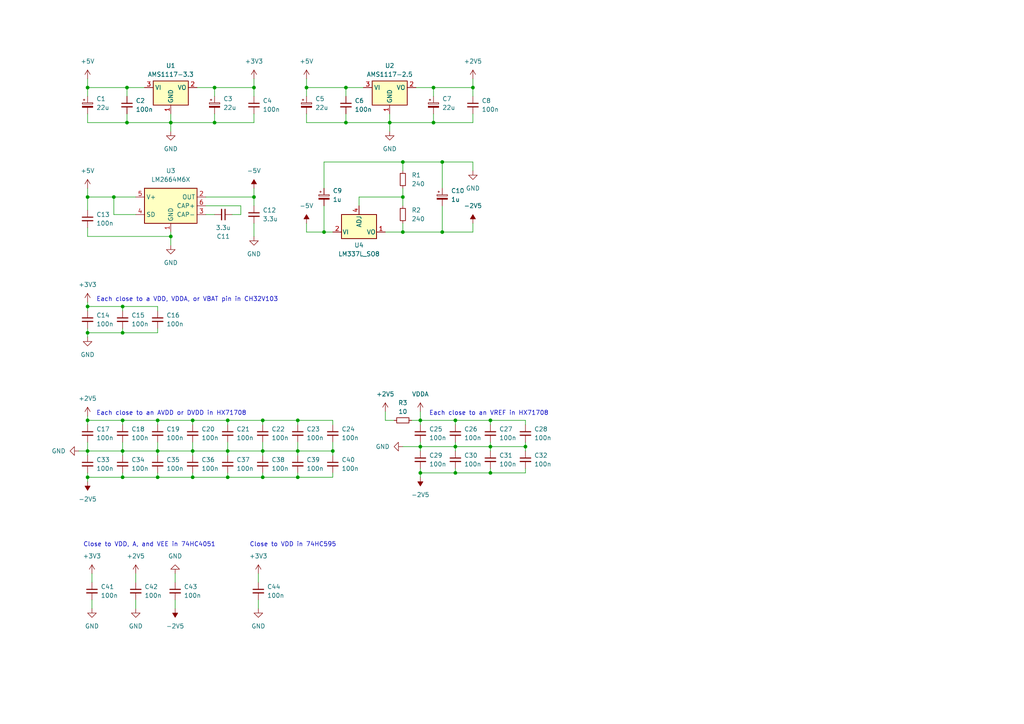
<source format=kicad_sch>
(kicad_sch (version 20230121) (generator eeschema)

  (uuid 1239b136-6a84-4cbd-a6e8-e29e4c7a71c8)

  (paper "A4")

  (title_block
    (title "Yet Another EXG Channel Board")
    (date "2024-02-07")
    (rev "1")
    (company "Yet Another AI Ltd.")
  )

  (lib_symbols
    (symbol "Device:C_Polarized_Small" (pin_numbers hide) (pin_names (offset 0.254) hide) (in_bom yes) (on_board yes)
      (property "Reference" "C" (at 0.254 1.778 0)
        (effects (font (size 1.27 1.27)) (justify left))
      )
      (property "Value" "C_Polarized_Small" (at 0.254 -2.032 0)
        (effects (font (size 1.27 1.27)) (justify left))
      )
      (property "Footprint" "" (at 0 0 0)
        (effects (font (size 1.27 1.27)) hide)
      )
      (property "Datasheet" "~" (at 0 0 0)
        (effects (font (size 1.27 1.27)) hide)
      )
      (property "ki_keywords" "cap capacitor" (at 0 0 0)
        (effects (font (size 1.27 1.27)) hide)
      )
      (property "ki_description" "Polarized capacitor, small symbol" (at 0 0 0)
        (effects (font (size 1.27 1.27)) hide)
      )
      (property "ki_fp_filters" "CP_*" (at 0 0 0)
        (effects (font (size 1.27 1.27)) hide)
      )
      (symbol "C_Polarized_Small_0_1"
        (rectangle (start -1.524 -0.3048) (end 1.524 -0.6858)
          (stroke (width 0) (type default))
          (fill (type outline))
        )
        (rectangle (start -1.524 0.6858) (end 1.524 0.3048)
          (stroke (width 0) (type default))
          (fill (type none))
        )
        (polyline
          (pts
            (xy -1.27 1.524)
            (xy -0.762 1.524)
          )
          (stroke (width 0) (type default))
          (fill (type none))
        )
        (polyline
          (pts
            (xy -1.016 1.27)
            (xy -1.016 1.778)
          )
          (stroke (width 0) (type default))
          (fill (type none))
        )
      )
      (symbol "C_Polarized_Small_1_1"
        (pin passive line (at 0 2.54 270) (length 1.8542)
          (name "~" (effects (font (size 1.27 1.27))))
          (number "1" (effects (font (size 1.27 1.27))))
        )
        (pin passive line (at 0 -2.54 90) (length 1.8542)
          (name "~" (effects (font (size 1.27 1.27))))
          (number "2" (effects (font (size 1.27 1.27))))
        )
      )
    )
    (symbol "Device:C_Small" (pin_numbers hide) (pin_names (offset 0.254) hide) (in_bom yes) (on_board yes)
      (property "Reference" "C" (at 0.254 1.778 0)
        (effects (font (size 1.27 1.27)) (justify left))
      )
      (property "Value" "C_Small" (at 0.254 -2.032 0)
        (effects (font (size 1.27 1.27)) (justify left))
      )
      (property "Footprint" "" (at 0 0 0)
        (effects (font (size 1.27 1.27)) hide)
      )
      (property "Datasheet" "~" (at 0 0 0)
        (effects (font (size 1.27 1.27)) hide)
      )
      (property "ki_keywords" "capacitor cap" (at 0 0 0)
        (effects (font (size 1.27 1.27)) hide)
      )
      (property "ki_description" "Unpolarized capacitor, small symbol" (at 0 0 0)
        (effects (font (size 1.27 1.27)) hide)
      )
      (property "ki_fp_filters" "C_*" (at 0 0 0)
        (effects (font (size 1.27 1.27)) hide)
      )
      (symbol "C_Small_0_1"
        (polyline
          (pts
            (xy -1.524 -0.508)
            (xy 1.524 -0.508)
          )
          (stroke (width 0.3302) (type default))
          (fill (type none))
        )
        (polyline
          (pts
            (xy -1.524 0.508)
            (xy 1.524 0.508)
          )
          (stroke (width 0.3048) (type default))
          (fill (type none))
        )
      )
      (symbol "C_Small_1_1"
        (pin passive line (at 0 2.54 270) (length 2.032)
          (name "~" (effects (font (size 1.27 1.27))))
          (number "1" (effects (font (size 1.27 1.27))))
        )
        (pin passive line (at 0 -2.54 90) (length 2.032)
          (name "~" (effects (font (size 1.27 1.27))))
          (number "2" (effects (font (size 1.27 1.27))))
        )
      )
    )
    (symbol "Device:R_Small" (pin_numbers hide) (pin_names (offset 0.254) hide) (in_bom yes) (on_board yes)
      (property "Reference" "R" (at 0.762 0.508 0)
        (effects (font (size 1.27 1.27)) (justify left))
      )
      (property "Value" "R_Small" (at 0.762 -1.016 0)
        (effects (font (size 1.27 1.27)) (justify left))
      )
      (property "Footprint" "" (at 0 0 0)
        (effects (font (size 1.27 1.27)) hide)
      )
      (property "Datasheet" "~" (at 0 0 0)
        (effects (font (size 1.27 1.27)) hide)
      )
      (property "ki_keywords" "R resistor" (at 0 0 0)
        (effects (font (size 1.27 1.27)) hide)
      )
      (property "ki_description" "Resistor, small symbol" (at 0 0 0)
        (effects (font (size 1.27 1.27)) hide)
      )
      (property "ki_fp_filters" "R_*" (at 0 0 0)
        (effects (font (size 1.27 1.27)) hide)
      )
      (symbol "R_Small_0_1"
        (rectangle (start -0.762 1.778) (end 0.762 -1.778)
          (stroke (width 0.2032) (type default))
          (fill (type none))
        )
      )
      (symbol "R_Small_1_1"
        (pin passive line (at 0 2.54 270) (length 0.762)
          (name "~" (effects (font (size 1.27 1.27))))
          (number "1" (effects (font (size 1.27 1.27))))
        )
        (pin passive line (at 0 -2.54 90) (length 0.762)
          (name "~" (effects (font (size 1.27 1.27))))
          (number "2" (effects (font (size 1.27 1.27))))
        )
      )
    )
    (symbol "Regulator_Linear:AMS1117-2.5" (in_bom yes) (on_board yes)
      (property "Reference" "U" (at -3.81 3.175 0)
        (effects (font (size 1.27 1.27)))
      )
      (property "Value" "AMS1117-2.5" (at 0 3.175 0)
        (effects (font (size 1.27 1.27)) (justify left))
      )
      (property "Footprint" "Package_TO_SOT_SMD:SOT-223-3_TabPin2" (at 0 5.08 0)
        (effects (font (size 1.27 1.27)) hide)
      )
      (property "Datasheet" "http://www.advanced-monolithic.com/pdf/ds1117.pdf" (at 2.54 -6.35 0)
        (effects (font (size 1.27 1.27)) hide)
      )
      (property "ki_keywords" "linear regulator ldo fixed positive" (at 0 0 0)
        (effects (font (size 1.27 1.27)) hide)
      )
      (property "ki_description" "1A Low Dropout regulator, positive, 2.5V fixed output, SOT-223" (at 0 0 0)
        (effects (font (size 1.27 1.27)) hide)
      )
      (property "ki_fp_filters" "SOT?223*TabPin2*" (at 0 0 0)
        (effects (font (size 1.27 1.27)) hide)
      )
      (symbol "AMS1117-2.5_0_1"
        (rectangle (start -5.08 -5.08) (end 5.08 1.905)
          (stroke (width 0.254) (type default))
          (fill (type background))
        )
      )
      (symbol "AMS1117-2.5_1_1"
        (pin power_in line (at 0 -7.62 90) (length 2.54)
          (name "GND" (effects (font (size 1.27 1.27))))
          (number "1" (effects (font (size 1.27 1.27))))
        )
        (pin power_out line (at 7.62 0 180) (length 2.54)
          (name "VO" (effects (font (size 1.27 1.27))))
          (number "2" (effects (font (size 1.27 1.27))))
        )
        (pin power_in line (at -7.62 0 0) (length 2.54)
          (name "VI" (effects (font (size 1.27 1.27))))
          (number "3" (effects (font (size 1.27 1.27))))
        )
      )
    )
    (symbol "Regulator_Linear:AMS1117-3.3" (in_bom yes) (on_board yes)
      (property "Reference" "U" (at -3.81 3.175 0)
        (effects (font (size 1.27 1.27)))
      )
      (property "Value" "AMS1117-3.3" (at 0 3.175 0)
        (effects (font (size 1.27 1.27)) (justify left))
      )
      (property "Footprint" "Package_TO_SOT_SMD:SOT-223-3_TabPin2" (at 0 5.08 0)
        (effects (font (size 1.27 1.27)) hide)
      )
      (property "Datasheet" "http://www.advanced-monolithic.com/pdf/ds1117.pdf" (at 2.54 -6.35 0)
        (effects (font (size 1.27 1.27)) hide)
      )
      (property "ki_keywords" "linear regulator ldo fixed positive" (at 0 0 0)
        (effects (font (size 1.27 1.27)) hide)
      )
      (property "ki_description" "1A Low Dropout regulator, positive, 3.3V fixed output, SOT-223" (at 0 0 0)
        (effects (font (size 1.27 1.27)) hide)
      )
      (property "ki_fp_filters" "SOT?223*TabPin2*" (at 0 0 0)
        (effects (font (size 1.27 1.27)) hide)
      )
      (symbol "AMS1117-3.3_0_1"
        (rectangle (start -5.08 -5.08) (end 5.08 1.905)
          (stroke (width 0.254) (type default))
          (fill (type background))
        )
      )
      (symbol "AMS1117-3.3_1_1"
        (pin power_in line (at 0 -7.62 90) (length 2.54)
          (name "GND" (effects (font (size 1.27 1.27))))
          (number "1" (effects (font (size 1.27 1.27))))
        )
        (pin power_out line (at 7.62 0 180) (length 2.54)
          (name "VO" (effects (font (size 1.27 1.27))))
          (number "2" (effects (font (size 1.27 1.27))))
        )
        (pin power_in line (at -7.62 0 0) (length 2.54)
          (name "VI" (effects (font (size 1.27 1.27))))
          (number "3" (effects (font (size 1.27 1.27))))
        )
      )
    )
    (symbol "Regulator_Linear:LM337L_SO8" (pin_names (offset 0.254)) (in_bom yes) (on_board yes)
      (property "Reference" "U" (at -3.81 -3.175 0)
        (effects (font (size 1.27 1.27)))
      )
      (property "Value" "LM337L_SO8" (at 0 -3.175 0)
        (effects (font (size 1.27 1.27)) (justify left))
      )
      (property "Footprint" "Package_SO:SOIC-8_3.9x4.9mm_P1.27mm" (at 0 -5.08 0)
        (effects (font (size 1.27 1.27) italic) hide)
      )
      (property "Datasheet" "http://www.ti.com/lit/ds/symlink/lm337l.pdf" (at 0 0 0)
        (effects (font (size 1.27 1.27)) hide)
      )
      (property "ki_keywords" "Adjustable Negative Voltage Regulator 100mA" (at 0 0 0)
        (effects (font (size 1.27 1.27)) hide)
      )
      (property "ki_description" "100mA 35V Adjustable Negative Linear Regulator, SO-8" (at 0 0 0)
        (effects (font (size 1.27 1.27)) hide)
      )
      (property "ki_fp_filters" "SOIC*3.9x4.9mm*P1.27mm*" (at 0 0 0)
        (effects (font (size 1.27 1.27)) hide)
      )
      (symbol "LM337L_SO8_0_1"
        (rectangle (start -5.08 5.08) (end 5.08 -1.905)
          (stroke (width 0.254) (type default))
          (fill (type background))
        )
      )
      (symbol "LM337L_SO8_1_1"
        (pin power_out line (at 7.62 0 180) (length 2.54)
          (name "VO" (effects (font (size 1.27 1.27))))
          (number "1" (effects (font (size 1.27 1.27))))
        )
        (pin power_in line (at -7.62 0 0) (length 2.54)
          (name "VI" (effects (font (size 1.27 1.27))))
          (number "2" (effects (font (size 1.27 1.27))))
        )
        (pin passive line (at -7.62 0 0) (length 2.54) hide
          (name "VI" (effects (font (size 1.27 1.27))))
          (number "3" (effects (font (size 1.27 1.27))))
        )
        (pin input line (at 0 7.62 270) (length 2.54)
          (name "ADJ" (effects (font (size 1.27 1.27))))
          (number "4" (effects (font (size 1.27 1.27))))
        )
        (pin no_connect line (at -5.08 2.54 0) (length 2.54) hide
          (name "NC" (effects (font (size 1.27 1.27))))
          (number "5" (effects (font (size 1.27 1.27))))
        )
        (pin passive line (at -7.62 0 0) (length 2.54) hide
          (name "VI" (effects (font (size 1.27 1.27))))
          (number "6" (effects (font (size 1.27 1.27))))
        )
        (pin passive line (at -7.62 0 0) (length 2.54) hide
          (name "VI" (effects (font (size 1.27 1.27))))
          (number "7" (effects (font (size 1.27 1.27))))
        )
        (pin no_connect line (at 5.08 2.54 180) (length 2.54) hide
          (name "NC" (effects (font (size 1.27 1.27))))
          (number "8" (effects (font (size 1.27 1.27))))
        )
      )
    )
    (symbol "Regulator_SwitchedCapacitor_Project:LM2664M6X" (in_bom yes) (on_board yes)
      (property "Reference" "U" (at -6.35 6.35 0)
        (effects (font (size 1.27 1.27)))
      )
      (property "Value" "LM2664M6X" (at 1.27 6.35 0)
        (effects (font (size 1.27 1.27)) (justify left))
      )
      (property "Footprint" "Package_TO_SOT_SMD:SOT-23-6" (at 1.27 -8.89 0)
        (effects (font (size 1.27 1.27)) (justify left) hide)
      )
      (property "Datasheet" "https://www.ti.com/lit/ds/symlink/lm2664.pdf" (at -46.99 31.75 0)
        (effects (font (size 1.27 1.27)) hide)
      )
      (property "ki_keywords" "switched capacitor voltage converter invert" (at 0 0 0)
        (effects (font (size 1.27 1.27)) hide)
      )
      (property "ki_description" "Switched Capacitor Voltage Converter, Inverts Input Supply Voltage (1.8 V to 5.5 V), 40 mA, SOT-23-6" (at 0 0 0)
        (effects (font (size 1.27 1.27)) hide)
      )
      (property "ki_fp_filters" "SOT?23*" (at 0 0 0)
        (effects (font (size 1.27 1.27)) hide)
      )
      (symbol "LM2664M6X_0_1"
        (rectangle (start -7.62 5.08) (end 7.62 -5.08)
          (stroke (width 0.254) (type default))
          (fill (type background))
        )
      )
      (symbol "LM2664M6X_1_1"
        (pin power_in line (at 0 -7.62 90) (length 2.54)
          (name "GND" (effects (font (size 1.27 1.27))))
          (number "1" (effects (font (size 1.27 1.27))))
        )
        (pin passive line (at 10.16 2.54 180) (length 2.54)
          (name "OUT" (effects (font (size 1.27 1.27))))
          (number "2" (effects (font (size 1.27 1.27))))
        )
        (pin passive line (at 10.16 -2.54 180) (length 2.54)
          (name "CAP-" (effects (font (size 1.27 1.27))))
          (number "3" (effects (font (size 1.27 1.27))))
        )
        (pin input line (at -10.16 -2.54 0) (length 2.54)
          (name "SD" (effects (font (size 1.27 1.27))))
          (number "4" (effects (font (size 1.27 1.27))))
        )
        (pin passive line (at -10.16 2.54 0) (length 2.54)
          (name "V+" (effects (font (size 1.27 1.27))))
          (number "5" (effects (font (size 1.27 1.27))))
        )
        (pin passive line (at 10.16 0 180) (length 2.54)
          (name "CAP+" (effects (font (size 1.27 1.27))))
          (number "6" (effects (font (size 1.27 1.27))))
        )
      )
    )
    (symbol "power:+2V5" (power) (pin_names (offset 0)) (in_bom yes) (on_board yes)
      (property "Reference" "#PWR" (at 0 -3.81 0)
        (effects (font (size 1.27 1.27)) hide)
      )
      (property "Value" "+2V5" (at 0 3.556 0)
        (effects (font (size 1.27 1.27)))
      )
      (property "Footprint" "" (at 0 0 0)
        (effects (font (size 1.27 1.27)) hide)
      )
      (property "Datasheet" "" (at 0 0 0)
        (effects (font (size 1.27 1.27)) hide)
      )
      (property "ki_keywords" "global power" (at 0 0 0)
        (effects (font (size 1.27 1.27)) hide)
      )
      (property "ki_description" "Power symbol creates a global label with name \"+2V5\"" (at 0 0 0)
        (effects (font (size 1.27 1.27)) hide)
      )
      (symbol "+2V5_0_1"
        (polyline
          (pts
            (xy -0.762 1.27)
            (xy 0 2.54)
          )
          (stroke (width 0) (type default))
          (fill (type none))
        )
        (polyline
          (pts
            (xy 0 0)
            (xy 0 2.54)
          )
          (stroke (width 0) (type default))
          (fill (type none))
        )
        (polyline
          (pts
            (xy 0 2.54)
            (xy 0.762 1.27)
          )
          (stroke (width 0) (type default))
          (fill (type none))
        )
      )
      (symbol "+2V5_1_1"
        (pin power_in line (at 0 0 90) (length 0) hide
          (name "+2V5" (effects (font (size 1.27 1.27))))
          (number "1" (effects (font (size 1.27 1.27))))
        )
      )
    )
    (symbol "power:+3V3" (power) (pin_names (offset 0)) (in_bom yes) (on_board yes)
      (property "Reference" "#PWR" (at 0 -3.81 0)
        (effects (font (size 1.27 1.27)) hide)
      )
      (property "Value" "+3V3" (at 0 3.556 0)
        (effects (font (size 1.27 1.27)))
      )
      (property "Footprint" "" (at 0 0 0)
        (effects (font (size 1.27 1.27)) hide)
      )
      (property "Datasheet" "" (at 0 0 0)
        (effects (font (size 1.27 1.27)) hide)
      )
      (property "ki_keywords" "global power" (at 0 0 0)
        (effects (font (size 1.27 1.27)) hide)
      )
      (property "ki_description" "Power symbol creates a global label with name \"+3V3\"" (at 0 0 0)
        (effects (font (size 1.27 1.27)) hide)
      )
      (symbol "+3V3_0_1"
        (polyline
          (pts
            (xy -0.762 1.27)
            (xy 0 2.54)
          )
          (stroke (width 0) (type default))
          (fill (type none))
        )
        (polyline
          (pts
            (xy 0 0)
            (xy 0 2.54)
          )
          (stroke (width 0) (type default))
          (fill (type none))
        )
        (polyline
          (pts
            (xy 0 2.54)
            (xy 0.762 1.27)
          )
          (stroke (width 0) (type default))
          (fill (type none))
        )
      )
      (symbol "+3V3_1_1"
        (pin power_in line (at 0 0 90) (length 0) hide
          (name "+3V3" (effects (font (size 1.27 1.27))))
          (number "1" (effects (font (size 1.27 1.27))))
        )
      )
    )
    (symbol "power:+5V" (power) (pin_names (offset 0)) (in_bom yes) (on_board yes)
      (property "Reference" "#PWR" (at 0 -3.81 0)
        (effects (font (size 1.27 1.27)) hide)
      )
      (property "Value" "+5V" (at 0 3.556 0)
        (effects (font (size 1.27 1.27)))
      )
      (property "Footprint" "" (at 0 0 0)
        (effects (font (size 1.27 1.27)) hide)
      )
      (property "Datasheet" "" (at 0 0 0)
        (effects (font (size 1.27 1.27)) hide)
      )
      (property "ki_keywords" "global power" (at 0 0 0)
        (effects (font (size 1.27 1.27)) hide)
      )
      (property "ki_description" "Power symbol creates a global label with name \"+5V\"" (at 0 0 0)
        (effects (font (size 1.27 1.27)) hide)
      )
      (symbol "+5V_0_1"
        (polyline
          (pts
            (xy -0.762 1.27)
            (xy 0 2.54)
          )
          (stroke (width 0) (type default))
          (fill (type none))
        )
        (polyline
          (pts
            (xy 0 0)
            (xy 0 2.54)
          )
          (stroke (width 0) (type default))
          (fill (type none))
        )
        (polyline
          (pts
            (xy 0 2.54)
            (xy 0.762 1.27)
          )
          (stroke (width 0) (type default))
          (fill (type none))
        )
      )
      (symbol "+5V_1_1"
        (pin power_in line (at 0 0 90) (length 0) hide
          (name "+5V" (effects (font (size 1.27 1.27))))
          (number "1" (effects (font (size 1.27 1.27))))
        )
      )
    )
    (symbol "power:-2V5" (power) (pin_names (offset 0)) (in_bom yes) (on_board yes)
      (property "Reference" "#PWR" (at 0 2.54 0)
        (effects (font (size 1.27 1.27)) hide)
      )
      (property "Value" "-2V5" (at 0 3.81 0)
        (effects (font (size 1.27 1.27)))
      )
      (property "Footprint" "" (at 0 0 0)
        (effects (font (size 1.27 1.27)) hide)
      )
      (property "Datasheet" "" (at 0 0 0)
        (effects (font (size 1.27 1.27)) hide)
      )
      (property "ki_keywords" "global power" (at 0 0 0)
        (effects (font (size 1.27 1.27)) hide)
      )
      (property "ki_description" "Power symbol creates a global label with name \"-2V5\"" (at 0 0 0)
        (effects (font (size 1.27 1.27)) hide)
      )
      (symbol "-2V5_0_0"
        (pin power_in line (at 0 0 90) (length 0) hide
          (name "-2V5" (effects (font (size 1.27 1.27))))
          (number "1" (effects (font (size 1.27 1.27))))
        )
      )
      (symbol "-2V5_0_1"
        (polyline
          (pts
            (xy 0 0)
            (xy 0 1.27)
            (xy 0.762 1.27)
            (xy 0 2.54)
            (xy -0.762 1.27)
            (xy 0 1.27)
          )
          (stroke (width 0) (type default))
          (fill (type outline))
        )
      )
    )
    (symbol "power:-5V" (power) (pin_names (offset 0)) (in_bom yes) (on_board yes)
      (property "Reference" "#PWR" (at 0 2.54 0)
        (effects (font (size 1.27 1.27)) hide)
      )
      (property "Value" "-5V" (at 0 3.81 0)
        (effects (font (size 1.27 1.27)))
      )
      (property "Footprint" "" (at 0 0 0)
        (effects (font (size 1.27 1.27)) hide)
      )
      (property "Datasheet" "" (at 0 0 0)
        (effects (font (size 1.27 1.27)) hide)
      )
      (property "ki_keywords" "global power" (at 0 0 0)
        (effects (font (size 1.27 1.27)) hide)
      )
      (property "ki_description" "Power symbol creates a global label with name \"-5V\"" (at 0 0 0)
        (effects (font (size 1.27 1.27)) hide)
      )
      (symbol "-5V_0_0"
        (pin power_in line (at 0 0 90) (length 0) hide
          (name "-5V" (effects (font (size 1.27 1.27))))
          (number "1" (effects (font (size 1.27 1.27))))
        )
      )
      (symbol "-5V_0_1"
        (polyline
          (pts
            (xy 0 0)
            (xy 0 1.27)
            (xy 0.762 1.27)
            (xy 0 2.54)
            (xy -0.762 1.27)
            (xy 0 1.27)
          )
          (stroke (width 0) (type default))
          (fill (type outline))
        )
      )
    )
    (symbol "power:GND" (power) (pin_names (offset 0)) (in_bom yes) (on_board yes)
      (property "Reference" "#PWR" (at 0 -6.35 0)
        (effects (font (size 1.27 1.27)) hide)
      )
      (property "Value" "GND" (at 0 -3.81 0)
        (effects (font (size 1.27 1.27)))
      )
      (property "Footprint" "" (at 0 0 0)
        (effects (font (size 1.27 1.27)) hide)
      )
      (property "Datasheet" "" (at 0 0 0)
        (effects (font (size 1.27 1.27)) hide)
      )
      (property "ki_keywords" "global power" (at 0 0 0)
        (effects (font (size 1.27 1.27)) hide)
      )
      (property "ki_description" "Power symbol creates a global label with name \"GND\" , ground" (at 0 0 0)
        (effects (font (size 1.27 1.27)) hide)
      )
      (symbol "GND_0_1"
        (polyline
          (pts
            (xy 0 0)
            (xy 0 -1.27)
            (xy 1.27 -1.27)
            (xy 0 -2.54)
            (xy -1.27 -1.27)
            (xy 0 -1.27)
          )
          (stroke (width 0) (type default))
          (fill (type none))
        )
      )
      (symbol "GND_1_1"
        (pin power_in line (at 0 0 270) (length 0) hide
          (name "GND" (effects (font (size 1.27 1.27))))
          (number "1" (effects (font (size 1.27 1.27))))
        )
      )
    )
    (symbol "power:VDDA" (power) (pin_names (offset 0)) (in_bom yes) (on_board yes)
      (property "Reference" "#PWR" (at 0 -3.81 0)
        (effects (font (size 1.27 1.27)) hide)
      )
      (property "Value" "VDDA" (at 0 3.81 0)
        (effects (font (size 1.27 1.27)))
      )
      (property "Footprint" "" (at 0 0 0)
        (effects (font (size 1.27 1.27)) hide)
      )
      (property "Datasheet" "" (at 0 0 0)
        (effects (font (size 1.27 1.27)) hide)
      )
      (property "ki_keywords" "global power" (at 0 0 0)
        (effects (font (size 1.27 1.27)) hide)
      )
      (property "ki_description" "Power symbol creates a global label with name \"VDDA\"" (at 0 0 0)
        (effects (font (size 1.27 1.27)) hide)
      )
      (symbol "VDDA_0_1"
        (polyline
          (pts
            (xy -0.762 1.27)
            (xy 0 2.54)
          )
          (stroke (width 0) (type default))
          (fill (type none))
        )
        (polyline
          (pts
            (xy 0 0)
            (xy 0 2.54)
          )
          (stroke (width 0) (type default))
          (fill (type none))
        )
        (polyline
          (pts
            (xy 0 2.54)
            (xy 0.762 1.27)
          )
          (stroke (width 0) (type default))
          (fill (type none))
        )
      )
      (symbol "VDDA_1_1"
        (pin power_in line (at 0 0 90) (length 0) hide
          (name "VDDA" (effects (font (size 1.27 1.27))))
          (number "1" (effects (font (size 1.27 1.27))))
        )
      )
    )
  )

  (junction (at 152.4 129.54) (diameter 0) (color 0 0 0 0)
    (uuid 01efd547-8209-409f-8e19-9bcdabd49e28)
  )
  (junction (at 100.33 35.56) (diameter 0) (color 0 0 0 0)
    (uuid 03e740d7-fe2f-41f3-a170-35b49f0dbbbd)
  )
  (junction (at 73.66 57.15) (diameter 0) (color 0 0 0 0)
    (uuid 055860e4-3d4b-4919-b2ed-efdafedcc459)
  )
  (junction (at 93.98 67.31) (diameter 0) (color 0 0 0 0)
    (uuid 0722d040-ff6e-4c25-ada8-56bf2572b596)
  )
  (junction (at 132.08 129.54) (diameter 0) (color 0 0 0 0)
    (uuid 12d4df7e-e18d-413d-a3e1-6ad5fc6460b6)
  )
  (junction (at 49.53 68.58) (diameter 0) (color 0 0 0 0)
    (uuid 132e4b80-661f-4b85-bc7a-a348cbeb22c6)
  )
  (junction (at 33.02 57.15) (diameter 0) (color 0 0 0 0)
    (uuid 2b65a251-85d6-4a03-bc99-aac492060902)
  )
  (junction (at 66.04 121.92) (diameter 0) (color 0 0 0 0)
    (uuid 2ecc1d97-8433-4038-a40e-6aec1bd1abb3)
  )
  (junction (at 116.84 67.31) (diameter 0) (color 0 0 0 0)
    (uuid 2f7e34cf-7f0b-4024-88f7-d400d71bd4b6)
  )
  (junction (at 128.27 67.31) (diameter 0) (color 0 0 0 0)
    (uuid 38c33748-dc53-4db8-9fef-f858dd663360)
  )
  (junction (at 66.04 138.43) (diameter 0) (color 0 0 0 0)
    (uuid 39c4b88e-a5be-42e3-9b91-0595b55a9ade)
  )
  (junction (at 121.92 129.54) (diameter 0) (color 0 0 0 0)
    (uuid 4256cc16-a8ed-4aa5-989e-d9cf3b706c18)
  )
  (junction (at 116.84 46.99) (diameter 0) (color 0 0 0 0)
    (uuid 44212017-e55a-4a2c-a026-2a78da6f443f)
  )
  (junction (at 35.56 130.81) (diameter 0) (color 0 0 0 0)
    (uuid 458fcedf-2b62-4f68-be23-cee3033d0444)
  )
  (junction (at 25.4 57.15) (diameter 0) (color 0 0 0 0)
    (uuid 4876ab10-9e0a-4f70-914a-16c0b0650f79)
  )
  (junction (at 25.4 130.81) (diameter 0) (color 0 0 0 0)
    (uuid 4ccaccef-8f0c-4f72-bfc1-bfa3ccc30e0e)
  )
  (junction (at 100.33 25.4) (diameter 0) (color 0 0 0 0)
    (uuid 54296a99-6e40-407a-a880-79771075a9ed)
  )
  (junction (at 62.23 25.4) (diameter 0) (color 0 0 0 0)
    (uuid 592e989b-40ea-46f2-98b8-074b7c76724e)
  )
  (junction (at 25.4 25.4) (diameter 0) (color 0 0 0 0)
    (uuid 5c5372c3-7615-4fa9-bc5a-86fc2f6549b1)
  )
  (junction (at 128.27 46.99) (diameter 0) (color 0 0 0 0)
    (uuid 620b8f3c-4c6b-4c26-893a-eeabe0786756)
  )
  (junction (at 55.88 138.43) (diameter 0) (color 0 0 0 0)
    (uuid 661ac8c2-a73a-4b4c-9ed8-ffa808c9a0c2)
  )
  (junction (at 86.36 130.81) (diameter 0) (color 0 0 0 0)
    (uuid 6a068f22-f60e-4229-9c0d-43540615e0ff)
  )
  (junction (at 86.36 138.43) (diameter 0) (color 0 0 0 0)
    (uuid 6a21357b-1f7b-4f64-9694-e3334e9d0b31)
  )
  (junction (at 45.72 130.81) (diameter 0) (color 0 0 0 0)
    (uuid 6dce3abd-d94c-44ef-90a6-6e0e0fc9bdc6)
  )
  (junction (at 25.4 88.9) (diameter 0) (color 0 0 0 0)
    (uuid 714a2050-94fe-4445-9621-1d5346e09175)
  )
  (junction (at 132.08 137.16) (diameter 0) (color 0 0 0 0)
    (uuid 72f04c7a-2ebd-48c4-9ba9-12df8201a333)
  )
  (junction (at 35.56 121.92) (diameter 0) (color 0 0 0 0)
    (uuid 7550b16b-b022-4e1f-a729-3e803f1e2638)
  )
  (junction (at 35.56 88.9) (diameter 0) (color 0 0 0 0)
    (uuid 7689d6b7-a509-4de9-be23-aeb18d4af767)
  )
  (junction (at 73.66 25.4) (diameter 0) (color 0 0 0 0)
    (uuid 82ef1d4a-a9c4-4d94-94d9-779944e3a489)
  )
  (junction (at 66.04 130.81) (diameter 0) (color 0 0 0 0)
    (uuid 847dd025-4bec-4c11-89fa-93ca3ab59623)
  )
  (junction (at 76.2 121.92) (diameter 0) (color 0 0 0 0)
    (uuid 89b1f09f-aa11-478c-ad6e-d62309ce7571)
  )
  (junction (at 55.88 130.81) (diameter 0) (color 0 0 0 0)
    (uuid 8c38d529-cfc4-4a3c-a914-70a23333dcf1)
  )
  (junction (at 45.72 121.92) (diameter 0) (color 0 0 0 0)
    (uuid 8cb71fcf-f1e4-45bf-a5f7-a266fd698104)
  )
  (junction (at 76.2 130.81) (diameter 0) (color 0 0 0 0)
    (uuid 9048e74d-146c-4a47-bcb7-12bfff48159b)
  )
  (junction (at 125.73 35.56) (diameter 0) (color 0 0 0 0)
    (uuid 967b640c-8e26-432c-a373-2fc89c926878)
  )
  (junction (at 35.56 138.43) (diameter 0) (color 0 0 0 0)
    (uuid a25c4ab3-7efa-49f1-be69-1a23382cada3)
  )
  (junction (at 113.03 35.56) (diameter 0) (color 0 0 0 0)
    (uuid a817d773-37fc-47c3-bbf9-ca1d25dfb80c)
  )
  (junction (at 55.88 121.92) (diameter 0) (color 0 0 0 0)
    (uuid a82823b5-d0b1-4634-8dc5-cb89f17687fb)
  )
  (junction (at 132.08 121.92) (diameter 0) (color 0 0 0 0)
    (uuid ac7f33a2-e7da-482b-86bf-f4b6ac73bf37)
  )
  (junction (at 142.24 137.16) (diameter 0) (color 0 0 0 0)
    (uuid acafe45e-6242-449e-a156-2fc69e3cb97d)
  )
  (junction (at 35.56 96.52) (diameter 0) (color 0 0 0 0)
    (uuid ad9f720a-9c62-44e2-91fd-552ae9da75ac)
  )
  (junction (at 36.83 35.56) (diameter 0) (color 0 0 0 0)
    (uuid bb578d02-8272-4db2-a7b0-8e834f1e8fb3)
  )
  (junction (at 121.92 121.92) (diameter 0) (color 0 0 0 0)
    (uuid c2d47761-44a5-4bca-9761-c2889f8c40ab)
  )
  (junction (at 142.24 121.92) (diameter 0) (color 0 0 0 0)
    (uuid c2e9568e-1622-4438-88ae-a3ff390d1a65)
  )
  (junction (at 125.73 25.4) (diameter 0) (color 0 0 0 0)
    (uuid c48c1326-c003-4461-afc5-4e83ace40cb5)
  )
  (junction (at 88.9 25.4) (diameter 0) (color 0 0 0 0)
    (uuid c4d349e4-9811-45fa-8b4d-3a52ed50cd0e)
  )
  (junction (at 86.36 121.92) (diameter 0) (color 0 0 0 0)
    (uuid cd5add60-305f-4b6c-b224-d18853796254)
  )
  (junction (at 36.83 25.4) (diameter 0) (color 0 0 0 0)
    (uuid cec5f373-873b-4f84-91e9-346a8201b3b3)
  )
  (junction (at 25.4 138.43) (diameter 0) (color 0 0 0 0)
    (uuid cf4c5b1c-3769-4e43-88c9-a5a1381e12c7)
  )
  (junction (at 121.92 137.16) (diameter 0) (color 0 0 0 0)
    (uuid d28487dd-7cbc-47c9-ad21-9a56de5da453)
  )
  (junction (at 76.2 138.43) (diameter 0) (color 0 0 0 0)
    (uuid d6cbf82a-dad8-41fd-93b1-4551eb9f4e4e)
  )
  (junction (at 25.4 121.92) (diameter 0) (color 0 0 0 0)
    (uuid db06cb70-5857-4b4a-a224-c8726f089a70)
  )
  (junction (at 137.16 25.4) (diameter 0) (color 0 0 0 0)
    (uuid db47efa4-6b50-4192-ae3f-5fd99214788e)
  )
  (junction (at 25.4 96.52) (diameter 0) (color 0 0 0 0)
    (uuid ec37b847-f7f8-4873-9514-5e57ffca04c3)
  )
  (junction (at 49.53 35.56) (diameter 0) (color 0 0 0 0)
    (uuid ed566835-d77c-42ae-b7ec-d37508b3b30a)
  )
  (junction (at 62.23 35.56) (diameter 0) (color 0 0 0 0)
    (uuid f35288d5-b126-4823-bf18-5484be40e7c9)
  )
  (junction (at 45.72 138.43) (diameter 0) (color 0 0 0 0)
    (uuid f5358154-3657-436f-964a-b2ab9520ba0a)
  )
  (junction (at 142.24 129.54) (diameter 0) (color 0 0 0 0)
    (uuid f8858179-d8d3-489f-9645-dfd33f2b488d)
  )
  (junction (at 116.84 57.15) (diameter 0) (color 0 0 0 0)
    (uuid fa5f6a7d-0b82-459e-ac62-1beb0f54934f)
  )
  (junction (at 96.52 130.81) (diameter 0) (color 0 0 0 0)
    (uuid fe1bd67b-8407-4e04-82eb-f7ec766cd861)
  )

  (wire (pts (xy 86.36 137.16) (xy 86.36 138.43))
    (stroke (width 0) (type default))
    (uuid 01aebf77-35f5-48c8-b623-1adf5128c282)
  )
  (wire (pts (xy 57.15 25.4) (xy 62.23 25.4))
    (stroke (width 0) (type default))
    (uuid 0294539b-9468-49bd-b4b9-bafba3b5aa82)
  )
  (wire (pts (xy 36.83 33.02) (xy 36.83 35.56))
    (stroke (width 0) (type default))
    (uuid 0490f30b-18c2-42b4-ae92-f5516c5fa251)
  )
  (wire (pts (xy 35.56 96.52) (xy 45.72 96.52))
    (stroke (width 0) (type default))
    (uuid 053f83c7-5016-4749-9fc0-8a9caa12d4ba)
  )
  (wire (pts (xy 121.92 121.92) (xy 121.92 123.19))
    (stroke (width 0) (type default))
    (uuid 05b39bd0-04b5-4d96-92eb-a2f4ba996244)
  )
  (wire (pts (xy 25.4 57.15) (xy 25.4 60.96))
    (stroke (width 0) (type default))
    (uuid 066ead2f-1730-4e2f-a7e8-32901cbf08d0)
  )
  (wire (pts (xy 66.04 121.92) (xy 66.04 123.19))
    (stroke (width 0) (type default))
    (uuid 0a69843b-8c78-4d04-9617-727fb8312a97)
  )
  (wire (pts (xy 86.36 121.92) (xy 86.36 123.19))
    (stroke (width 0) (type default))
    (uuid 0aca79f3-9b08-420e-893e-9fc7bb0e9ff0)
  )
  (wire (pts (xy 45.72 130.81) (xy 45.72 132.08))
    (stroke (width 0) (type default))
    (uuid 0b627210-ff46-420f-9cc8-02384e95dc10)
  )
  (wire (pts (xy 137.16 67.31) (xy 128.27 67.31))
    (stroke (width 0) (type default))
    (uuid 0d0df6cc-8caf-43af-a272-e127ed08ba3e)
  )
  (wire (pts (xy 88.9 33.02) (xy 88.9 35.56))
    (stroke (width 0) (type default))
    (uuid 0db8e6be-3fa5-4896-9aaa-3931fcf7eac1)
  )
  (wire (pts (xy 88.9 67.31) (xy 88.9 64.77))
    (stroke (width 0) (type default))
    (uuid 0e61bfe4-f13f-4202-8bb8-1de5ac9b1205)
  )
  (wire (pts (xy 35.56 138.43) (xy 25.4 138.43))
    (stroke (width 0) (type default))
    (uuid 0ea85109-4c27-46a0-ad22-a557fb2667c8)
  )
  (wire (pts (xy 116.84 64.77) (xy 116.84 67.31))
    (stroke (width 0) (type default))
    (uuid 0ed20720-5478-4e86-ab04-78af3d5654c2)
  )
  (wire (pts (xy 25.4 33.02) (xy 25.4 35.56))
    (stroke (width 0) (type default))
    (uuid 0f5c51b6-187f-4f46-807c-73677ad8d632)
  )
  (wire (pts (xy 137.16 33.02) (xy 137.16 35.56))
    (stroke (width 0) (type default))
    (uuid 11b5b608-77be-4b48-8d7f-77b90637aba9)
  )
  (wire (pts (xy 116.84 46.99) (xy 93.98 46.99))
    (stroke (width 0) (type default))
    (uuid 125fd549-a55c-49e1-8122-6729949d96dc)
  )
  (wire (pts (xy 35.56 95.25) (xy 35.56 96.52))
    (stroke (width 0) (type default))
    (uuid 12836806-856a-41f5-b181-4f9c7aeae422)
  )
  (wire (pts (xy 25.4 22.86) (xy 25.4 25.4))
    (stroke (width 0) (type default))
    (uuid 144f1c80-f2ad-4e01-96f1-5ec2cca71b76)
  )
  (wire (pts (xy 104.14 59.69) (xy 104.14 57.15))
    (stroke (width 0) (type default))
    (uuid 17e5566f-6c2b-4237-9c2e-57c966b1b48e)
  )
  (wire (pts (xy 39.37 166.37) (xy 39.37 168.91))
    (stroke (width 0) (type default))
    (uuid 188d4d90-bb70-47f0-b0f5-04b1396683fb)
  )
  (wire (pts (xy 132.08 129.54) (xy 132.08 130.81))
    (stroke (width 0) (type default))
    (uuid 1afd2500-7a88-4717-bc0d-7a0afe4339bb)
  )
  (wire (pts (xy 59.69 62.23) (xy 62.23 62.23))
    (stroke (width 0) (type default))
    (uuid 1b2aebfb-8d39-4ea8-9e20-e56283f72cd2)
  )
  (wire (pts (xy 66.04 121.92) (xy 76.2 121.92))
    (stroke (width 0) (type default))
    (uuid 1dac9ca1-eab2-4f99-a3a7-67d071412c31)
  )
  (wire (pts (xy 36.83 25.4) (xy 41.91 25.4))
    (stroke (width 0) (type default))
    (uuid 1ed26638-6af4-4fdd-8345-6bbcdbb13200)
  )
  (wire (pts (xy 62.23 33.02) (xy 62.23 35.56))
    (stroke (width 0) (type default))
    (uuid 20a55cce-19d0-4ff7-88dc-3992d94f3084)
  )
  (wire (pts (xy 73.66 25.4) (xy 73.66 22.86))
    (stroke (width 0) (type default))
    (uuid 212714a4-845d-4deb-902d-b232d96c4f0a)
  )
  (wire (pts (xy 33.02 62.23) (xy 33.02 57.15))
    (stroke (width 0) (type default))
    (uuid 22981530-5c49-42d3-a590-1560cee874e8)
  )
  (wire (pts (xy 35.56 96.52) (xy 25.4 96.52))
    (stroke (width 0) (type default))
    (uuid 23dbb0b0-16fb-469f-9c7d-d8d57f8f5605)
  )
  (wire (pts (xy 45.72 121.92) (xy 55.88 121.92))
    (stroke (width 0) (type default))
    (uuid 24e66d2c-1b42-46ed-9b33-5aec97d11db7)
  )
  (wire (pts (xy 73.66 25.4) (xy 73.66 27.94))
    (stroke (width 0) (type default))
    (uuid 25bbdaed-e4a0-4f33-aacb-42005a2f4b82)
  )
  (wire (pts (xy 25.4 95.25) (xy 25.4 96.52))
    (stroke (width 0) (type default))
    (uuid 277defaf-cefe-4476-9634-038ce41076cf)
  )
  (wire (pts (xy 73.66 54.61) (xy 73.66 57.15))
    (stroke (width 0) (type default))
    (uuid 27865ff2-9d34-45cc-aff6-aaa91984b19c)
  )
  (wire (pts (xy 55.88 130.81) (xy 55.88 132.08))
    (stroke (width 0) (type default))
    (uuid 29ce8d28-574a-4f0b-b79b-e6a1b238fc73)
  )
  (wire (pts (xy 96.52 121.92) (xy 96.52 123.19))
    (stroke (width 0) (type default))
    (uuid 2a2bd132-fdb6-43be-a0c1-aa9161d02568)
  )
  (wire (pts (xy 142.24 137.16) (xy 152.4 137.16))
    (stroke (width 0) (type default))
    (uuid 2cd8c86f-744c-4655-ace2-6ba9fb5bb88b)
  )
  (wire (pts (xy 25.4 88.9) (xy 25.4 90.17))
    (stroke (width 0) (type default))
    (uuid 2e6fb625-c580-4763-827f-3b3474942e5d)
  )
  (wire (pts (xy 96.52 130.81) (xy 96.52 132.08))
    (stroke (width 0) (type default))
    (uuid 2eaed642-c805-4525-94e8-e6f14e18b8bc)
  )
  (wire (pts (xy 152.4 128.27) (xy 152.4 129.54))
    (stroke (width 0) (type default))
    (uuid 3213353a-0f22-470f-89bd-ebe104e683e7)
  )
  (wire (pts (xy 142.24 121.92) (xy 142.24 123.19))
    (stroke (width 0) (type default))
    (uuid 327ae8f9-ddc2-4277-b015-bac69ed4d1cb)
  )
  (wire (pts (xy 76.2 130.81) (xy 86.36 130.81))
    (stroke (width 0) (type default))
    (uuid 357f9588-352d-46b3-9409-00c6f78294e9)
  )
  (wire (pts (xy 125.73 25.4) (xy 125.73 27.94))
    (stroke (width 0) (type default))
    (uuid 3afd5ff5-7399-4d40-9306-435e066fe00c)
  )
  (wire (pts (xy 76.2 121.92) (xy 76.2 123.19))
    (stroke (width 0) (type default))
    (uuid 3c9ba5e4-84c1-4fa2-9cc1-af2474598a65)
  )
  (wire (pts (xy 111.76 119.38) (xy 111.76 121.92))
    (stroke (width 0) (type default))
    (uuid 3d1ce142-ecd9-4ecc-a973-9263cfed37e9)
  )
  (wire (pts (xy 76.2 130.81) (xy 76.2 132.08))
    (stroke (width 0) (type default))
    (uuid 3e605f8d-4835-4152-8238-72b60542c192)
  )
  (wire (pts (xy 25.4 96.52) (xy 25.4 97.79))
    (stroke (width 0) (type default))
    (uuid 3efc3879-7ee4-4c7a-aac0-cbe9ebf35180)
  )
  (wire (pts (xy 137.16 25.4) (xy 137.16 27.94))
    (stroke (width 0) (type default))
    (uuid 4008c458-1d00-48d9-9eb5-409de482be69)
  )
  (wire (pts (xy 62.23 25.4) (xy 62.23 27.94))
    (stroke (width 0) (type default))
    (uuid 412c3e7a-6edd-4366-973b-8f71562f8a71)
  )
  (wire (pts (xy 125.73 33.02) (xy 125.73 35.56))
    (stroke (width 0) (type default))
    (uuid 41a35510-8813-4e37-adeb-36d4f1991304)
  )
  (wire (pts (xy 50.8 166.37) (xy 50.8 168.91))
    (stroke (width 0) (type default))
    (uuid 4726c139-b420-41e3-bbaa-930d0d9a2df9)
  )
  (wire (pts (xy 96.52 137.16) (xy 96.52 138.43))
    (stroke (width 0) (type default))
    (uuid 47bb113c-1cda-4dcf-b0bd-141865cc6ecc)
  )
  (wire (pts (xy 88.9 35.56) (xy 100.33 35.56))
    (stroke (width 0) (type default))
    (uuid 48429411-654f-4c10-befc-d22ab408d357)
  )
  (wire (pts (xy 55.88 128.27) (xy 55.88 130.81))
    (stroke (width 0) (type default))
    (uuid 4a182076-ff68-4202-848f-3428d82830be)
  )
  (wire (pts (xy 45.72 121.92) (xy 45.72 123.19))
    (stroke (width 0) (type default))
    (uuid 4a469a48-97f3-42eb-ad22-19d204d7fca7)
  )
  (wire (pts (xy 66.04 137.16) (xy 66.04 138.43))
    (stroke (width 0) (type default))
    (uuid 4abc57ad-1e56-43d0-8556-4904c136c6ee)
  )
  (wire (pts (xy 104.14 57.15) (xy 116.84 57.15))
    (stroke (width 0) (type default))
    (uuid 4d58e94f-e9a8-4573-9fc6-54fbdf6a3931)
  )
  (wire (pts (xy 35.56 130.81) (xy 45.72 130.81))
    (stroke (width 0) (type default))
    (uuid 4d9ed5c2-ce30-437b-8012-8d9c98b038b4)
  )
  (wire (pts (xy 73.66 57.15) (xy 73.66 59.69))
    (stroke (width 0) (type default))
    (uuid 4ed628b0-771e-440c-835c-732e47faa75c)
  )
  (wire (pts (xy 45.72 90.17) (xy 45.72 88.9))
    (stroke (width 0) (type default))
    (uuid 4f196279-68c1-4b7c-9fd1-ec5893edd03c)
  )
  (wire (pts (xy 142.24 129.54) (xy 142.24 130.81))
    (stroke (width 0) (type default))
    (uuid 4fedc167-9887-4a3b-9d17-3415b25214c5)
  )
  (wire (pts (xy 137.16 49.53) (xy 137.16 46.99))
    (stroke (width 0) (type default))
    (uuid 50ff6b79-ed50-4567-a820-aba529a54cbc)
  )
  (wire (pts (xy 100.33 33.02) (xy 100.33 35.56))
    (stroke (width 0) (type default))
    (uuid 52534dd3-40e7-44dc-bdcc-b3f0181471e7)
  )
  (wire (pts (xy 35.56 137.16) (xy 35.56 138.43))
    (stroke (width 0) (type default))
    (uuid 5422bbb4-b845-4838-8bbc-8332cc0f6ae1)
  )
  (wire (pts (xy 137.16 46.99) (xy 128.27 46.99))
    (stroke (width 0) (type default))
    (uuid 5806502a-785d-4c79-94af-4c94cd386a95)
  )
  (wire (pts (xy 152.4 121.92) (xy 152.4 123.19))
    (stroke (width 0) (type default))
    (uuid 59e70625-a4bc-48cc-a3e3-dd361db85644)
  )
  (wire (pts (xy 76.2 121.92) (xy 86.36 121.92))
    (stroke (width 0) (type default))
    (uuid 5a360df6-d154-4dc8-8f1f-dd600431bdf5)
  )
  (wire (pts (xy 45.72 130.81) (xy 55.88 130.81))
    (stroke (width 0) (type default))
    (uuid 5c186c9e-b5fa-4263-96a2-eca67f462a71)
  )
  (wire (pts (xy 132.08 137.16) (xy 121.92 137.16))
    (stroke (width 0) (type default))
    (uuid 5c1949ab-dfd6-44eb-a30d-050c9d9bc2a8)
  )
  (wire (pts (xy 88.9 25.4) (xy 88.9 27.94))
    (stroke (width 0) (type default))
    (uuid 5e227dd6-0cd0-4c15-bf9b-28b41911784d)
  )
  (wire (pts (xy 50.8 173.99) (xy 50.8 176.53))
    (stroke (width 0) (type default))
    (uuid 5f2d16b1-ffc8-49bb-9204-6678927d9aa9)
  )
  (wire (pts (xy 88.9 22.86) (xy 88.9 25.4))
    (stroke (width 0) (type default))
    (uuid 5ff33113-4412-4261-8789-bc932babb3e1)
  )
  (wire (pts (xy 121.92 137.16) (xy 121.92 138.43))
    (stroke (width 0) (type default))
    (uuid 60c33fd9-5af7-4513-800c-b3463af83350)
  )
  (wire (pts (xy 36.83 25.4) (xy 36.83 27.94))
    (stroke (width 0) (type default))
    (uuid 634c7877-8c09-4107-b3ed-03550c4022de)
  )
  (wire (pts (xy 100.33 25.4) (xy 100.33 27.94))
    (stroke (width 0) (type default))
    (uuid 63be8c5f-0220-45ee-94c9-3d9e27e6570e)
  )
  (wire (pts (xy 66.04 138.43) (xy 76.2 138.43))
    (stroke (width 0) (type default))
    (uuid 647746fa-2d1a-43e7-8953-cc1dca58502d)
  )
  (wire (pts (xy 35.56 121.92) (xy 45.72 121.92))
    (stroke (width 0) (type default))
    (uuid 64c2e140-4a12-4129-b6f7-57004792b7ba)
  )
  (wire (pts (xy 49.53 35.56) (xy 62.23 35.56))
    (stroke (width 0) (type default))
    (uuid 652bc40f-c0e7-4bed-b200-7dee4584600a)
  )
  (wire (pts (xy 45.72 95.25) (xy 45.72 96.52))
    (stroke (width 0) (type default))
    (uuid 659d5b63-7e1c-44eb-bac9-046c5e2cc295)
  )
  (wire (pts (xy 119.38 121.92) (xy 121.92 121.92))
    (stroke (width 0) (type default))
    (uuid 6673b2c1-a916-400a-95a3-fb478606b9b3)
  )
  (wire (pts (xy 113.03 35.56) (xy 113.03 33.02))
    (stroke (width 0) (type default))
    (uuid 6808ca0b-dd2e-4941-a7a5-c4bc90c3eaf3)
  )
  (wire (pts (xy 93.98 67.31) (xy 88.9 67.31))
    (stroke (width 0) (type default))
    (uuid 689ffd4c-5f55-42df-9241-6c74e0f3c572)
  )
  (wire (pts (xy 152.4 129.54) (xy 152.4 130.81))
    (stroke (width 0) (type default))
    (uuid 68d719d4-0682-44d2-9393-f90077922c16)
  )
  (wire (pts (xy 128.27 59.69) (xy 128.27 67.31))
    (stroke (width 0) (type default))
    (uuid 694623fb-3229-4bbb-b502-7d210503440c)
  )
  (wire (pts (xy 73.66 35.56) (xy 62.23 35.56))
    (stroke (width 0) (type default))
    (uuid 69e7b124-17b8-45db-a1db-98ba81efc253)
  )
  (wire (pts (xy 49.53 35.56) (xy 49.53 38.1))
    (stroke (width 0) (type default))
    (uuid 6c8e7da0-fb04-443c-8536-9d18ac4de4d3)
  )
  (wire (pts (xy 49.53 67.31) (xy 49.53 68.58))
    (stroke (width 0) (type default))
    (uuid 6e798b7b-fe08-49a2-a705-e9bf50b21867)
  )
  (wire (pts (xy 76.2 137.16) (xy 76.2 138.43))
    (stroke (width 0) (type default))
    (uuid 6ef2f0cf-1c79-44d3-827c-4d8f555aecb6)
  )
  (wire (pts (xy 25.4 137.16) (xy 25.4 138.43))
    (stroke (width 0) (type default))
    (uuid 700e0d9e-ef33-439f-899f-a6709dc03958)
  )
  (wire (pts (xy 25.4 121.92) (xy 25.4 123.19))
    (stroke (width 0) (type default))
    (uuid 7012c883-6d0c-4fbd-b9ed-0b6fe8148d57)
  )
  (wire (pts (xy 55.88 137.16) (xy 55.88 138.43))
    (stroke (width 0) (type default))
    (uuid 720350a8-6a97-45a8-8d31-d7c75a7030b5)
  )
  (wire (pts (xy 55.88 121.92) (xy 66.04 121.92))
    (stroke (width 0) (type default))
    (uuid 724f2b1b-d086-4279-aba2-6f23dc081eb8)
  )
  (wire (pts (xy 55.88 121.92) (xy 55.88 123.19))
    (stroke (width 0) (type default))
    (uuid 7457ebb4-ccef-4168-9147-21ceef1375c9)
  )
  (wire (pts (xy 25.4 35.56) (xy 36.83 35.56))
    (stroke (width 0) (type default))
    (uuid 746138ac-928c-4402-9f9b-abd32fcb13ca)
  )
  (wire (pts (xy 35.56 128.27) (xy 35.56 130.81))
    (stroke (width 0) (type default))
    (uuid 74b7fc13-e87d-428f-b01d-22dc8c6cc4cd)
  )
  (wire (pts (xy 116.84 67.31) (xy 111.76 67.31))
    (stroke (width 0) (type default))
    (uuid 7699aaa9-2d04-4c38-9b69-ea93670a04d5)
  )
  (wire (pts (xy 25.4 138.43) (xy 25.4 139.7))
    (stroke (width 0) (type default))
    (uuid 771b4923-cac1-4ec9-9807-2df0fb293a8c)
  )
  (wire (pts (xy 120.65 25.4) (xy 125.73 25.4))
    (stroke (width 0) (type default))
    (uuid 7f536f4b-3c4a-4246-af14-837c6c5aea51)
  )
  (wire (pts (xy 66.04 130.81) (xy 76.2 130.81))
    (stroke (width 0) (type default))
    (uuid 80ad9ebf-8679-4f6a-994a-6513b38aeb10)
  )
  (wire (pts (xy 45.72 137.16) (xy 45.72 138.43))
    (stroke (width 0) (type default))
    (uuid 80e7fa8f-95d9-450b-949f-94b168ebd637)
  )
  (wire (pts (xy 142.24 129.54) (xy 152.4 129.54))
    (stroke (width 0) (type default))
    (uuid 813ce173-a6a6-4931-804f-a1475e5605fd)
  )
  (wire (pts (xy 132.08 121.92) (xy 142.24 121.92))
    (stroke (width 0) (type default))
    (uuid 81e740c8-43f2-463e-9180-fb62f0c531af)
  )
  (wire (pts (xy 96.52 128.27) (xy 96.52 130.81))
    (stroke (width 0) (type default))
    (uuid 83ac5538-ffba-460d-9237-27f01ff06bb2)
  )
  (wire (pts (xy 26.67 173.99) (xy 26.67 176.53))
    (stroke (width 0) (type default))
    (uuid 83b593b7-e85c-42ce-b5bd-2ab5bcd4e8e9)
  )
  (wire (pts (xy 86.36 121.92) (xy 96.52 121.92))
    (stroke (width 0) (type default))
    (uuid 83f48fbb-76d8-41ce-a388-844ee507c58b)
  )
  (wire (pts (xy 36.83 35.56) (xy 49.53 35.56))
    (stroke (width 0) (type default))
    (uuid 84370509-1162-4b5c-9aab-cc49c41c269d)
  )
  (wire (pts (xy 25.4 130.81) (xy 35.56 130.81))
    (stroke (width 0) (type default))
    (uuid 844f3124-82f5-4113-b5d8-8d90c2734979)
  )
  (wire (pts (xy 128.27 67.31) (xy 116.84 67.31))
    (stroke (width 0) (type default))
    (uuid 896fcfa4-2037-49ef-abb3-cb290997e1d6)
  )
  (wire (pts (xy 35.56 138.43) (xy 45.72 138.43))
    (stroke (width 0) (type default))
    (uuid 89bf2c35-0e3c-4bde-933b-df662697bd22)
  )
  (wire (pts (xy 142.24 135.89) (xy 142.24 137.16))
    (stroke (width 0) (type default))
    (uuid 89e24e4b-f549-4a6d-87bc-a8e88e4727c1)
  )
  (wire (pts (xy 116.84 49.53) (xy 116.84 46.99))
    (stroke (width 0) (type default))
    (uuid 8ba067d9-bbfb-4de2-8b9b-ef3ee71ca2b0)
  )
  (wire (pts (xy 76.2 138.43) (xy 86.36 138.43))
    (stroke (width 0) (type default))
    (uuid 8c1fe685-ccee-4021-9d23-08185c97ab81)
  )
  (wire (pts (xy 33.02 57.15) (xy 39.37 57.15))
    (stroke (width 0) (type default))
    (uuid 8fad2675-3030-4b02-9f03-91ee11d247a6)
  )
  (wire (pts (xy 35.56 88.9) (xy 35.56 90.17))
    (stroke (width 0) (type default))
    (uuid 8fec7c71-083d-415c-a8ad-45a673a3d2f0)
  )
  (wire (pts (xy 132.08 129.54) (xy 121.92 129.54))
    (stroke (width 0) (type default))
    (uuid 901a9dc8-4257-4bfe-a3e0-cb778b1b785b)
  )
  (wire (pts (xy 137.16 64.77) (xy 137.16 67.31))
    (stroke (width 0) (type default))
    (uuid 9052282e-3650-42f6-a62d-2533fcef7220)
  )
  (wire (pts (xy 35.56 130.81) (xy 35.56 132.08))
    (stroke (width 0) (type default))
    (uuid 911da9c2-9e0e-4c2e-8890-294148116a2d)
  )
  (wire (pts (xy 49.53 35.56) (xy 49.53 33.02))
    (stroke (width 0) (type default))
    (uuid 918416ff-14f4-4ba1-be99-963a02b6721b)
  )
  (wire (pts (xy 25.4 68.58) (xy 49.53 68.58))
    (stroke (width 0) (type default))
    (uuid 92a3d7c1-ba16-425d-bd54-0b4593cd3aa4)
  )
  (wire (pts (xy 116.84 54.61) (xy 116.84 57.15))
    (stroke (width 0) (type default))
    (uuid 93a42f4e-f631-410c-a427-719c1ccaf080)
  )
  (wire (pts (xy 25.4 121.92) (xy 35.56 121.92))
    (stroke (width 0) (type default))
    (uuid 988b834e-c025-4cde-b958-ffde58763a15)
  )
  (wire (pts (xy 69.85 59.69) (xy 69.85 62.23))
    (stroke (width 0) (type default))
    (uuid 9bbfc6f9-f152-4fc2-b065-3dece12e8545)
  )
  (wire (pts (xy 121.92 128.27) (xy 121.92 129.54))
    (stroke (width 0) (type default))
    (uuid 9bc61ca1-9689-4390-9bc8-e12952134500)
  )
  (wire (pts (xy 121.92 129.54) (xy 121.92 130.81))
    (stroke (width 0) (type default))
    (uuid 9c6b3029-77b3-4ade-9ea8-482f086a0982)
  )
  (wire (pts (xy 137.16 25.4) (xy 137.16 22.86))
    (stroke (width 0) (type default))
    (uuid 9ce3c68c-4f03-4ef0-ae7a-5425368138b1)
  )
  (wire (pts (xy 45.72 128.27) (xy 45.72 130.81))
    (stroke (width 0) (type default))
    (uuid 9ed6f88c-0334-4ba2-a8ec-a7ba95feab77)
  )
  (wire (pts (xy 55.88 138.43) (xy 66.04 138.43))
    (stroke (width 0) (type default))
    (uuid a0b00a3a-ff13-4199-87b2-2c00a2969f59)
  )
  (wire (pts (xy 86.36 128.27) (xy 86.36 130.81))
    (stroke (width 0) (type default))
    (uuid a175994d-cbc4-499c-b727-d3af86b00438)
  )
  (wire (pts (xy 142.24 121.92) (xy 152.4 121.92))
    (stroke (width 0) (type default))
    (uuid a19c1eea-9f79-4eb0-8cb4-d4172be45f1d)
  )
  (wire (pts (xy 25.4 88.9) (xy 35.56 88.9))
    (stroke (width 0) (type default))
    (uuid a2584872-8058-4d8f-af9a-2eb18fe7bf07)
  )
  (wire (pts (xy 116.84 57.15) (xy 116.84 59.69))
    (stroke (width 0) (type default))
    (uuid a2ce8896-1cbc-4fa0-97d5-bb8b5b6ebf84)
  )
  (wire (pts (xy 137.16 35.56) (xy 125.73 35.56))
    (stroke (width 0) (type default))
    (uuid a50a2ff5-ab14-4972-bbb7-6ac3f901f03c)
  )
  (wire (pts (xy 25.4 130.81) (xy 25.4 132.08))
    (stroke (width 0) (type default))
    (uuid a56017b3-99eb-4440-8fa9-9e6033a22844)
  )
  (wire (pts (xy 25.4 25.4) (xy 36.83 25.4))
    (stroke (width 0) (type default))
    (uuid a6442cbd-97f2-482a-af6c-dc778c22c72d)
  )
  (wire (pts (xy 76.2 128.27) (xy 76.2 130.81))
    (stroke (width 0) (type default))
    (uuid a70f007b-090f-4212-b53e-9db37b9a230a)
  )
  (wire (pts (xy 128.27 54.61) (xy 128.27 46.99))
    (stroke (width 0) (type default))
    (uuid abb4829a-73b7-4d66-8a19-41ceae414c62)
  )
  (wire (pts (xy 22.86 130.81) (xy 25.4 130.81))
    (stroke (width 0) (type default))
    (uuid ac7ab04a-8ff2-413f-87ca-b572e14d18ae)
  )
  (wire (pts (xy 74.93 166.37) (xy 74.93 168.91))
    (stroke (width 0) (type default))
    (uuid aed8fd48-ac8c-4830-b096-f7d71eaca336)
  )
  (wire (pts (xy 25.4 25.4) (xy 25.4 27.94))
    (stroke (width 0) (type default))
    (uuid af635d93-1aee-419c-93b3-f3a78c14376b)
  )
  (wire (pts (xy 121.92 119.38) (xy 121.92 121.92))
    (stroke (width 0) (type default))
    (uuid b07ba9ae-fead-42ba-8bba-003a00f74bd4)
  )
  (wire (pts (xy 121.92 121.92) (xy 132.08 121.92))
    (stroke (width 0) (type default))
    (uuid b19a17bc-06ac-4ee1-a2d5-fdb26ecf16bf)
  )
  (wire (pts (xy 25.4 87.63) (xy 25.4 88.9))
    (stroke (width 0) (type default))
    (uuid b28a7e70-168a-4fcf-85d1-994e8254268b)
  )
  (wire (pts (xy 66.04 130.81) (xy 66.04 132.08))
    (stroke (width 0) (type default))
    (uuid b313a99f-6b4a-4f8e-ace5-c06ecc7ffc64)
  )
  (wire (pts (xy 93.98 59.69) (xy 93.98 67.31))
    (stroke (width 0) (type default))
    (uuid b4603343-3324-4cf0-80f0-158868345059)
  )
  (wire (pts (xy 73.66 33.02) (xy 73.66 35.56))
    (stroke (width 0) (type default))
    (uuid b5459f2f-73fc-4275-ab6d-f3ee0a03e200)
  )
  (wire (pts (xy 86.36 130.81) (xy 86.36 132.08))
    (stroke (width 0) (type default))
    (uuid b62b8c75-647b-480f-b1ee-c5319d5eb0bb)
  )
  (wire (pts (xy 125.73 25.4) (xy 137.16 25.4))
    (stroke (width 0) (type default))
    (uuid b662e185-f80f-446b-92d5-105f9119fbf3)
  )
  (wire (pts (xy 74.93 173.99) (xy 74.93 176.53))
    (stroke (width 0) (type default))
    (uuid b83e07d6-f63a-4fa6-b7a9-6a398c8a6681)
  )
  (wire (pts (xy 132.08 128.27) (xy 132.08 129.54))
    (stroke (width 0) (type default))
    (uuid b88e6295-1191-4846-af43-94f857496a8a)
  )
  (wire (pts (xy 128.27 46.99) (xy 116.84 46.99))
    (stroke (width 0) (type default))
    (uuid b9299591-bd6f-415c-acc7-caea2f66b9a7)
  )
  (wire (pts (xy 25.4 120.65) (xy 25.4 121.92))
    (stroke (width 0) (type default))
    (uuid bca09b0b-6989-4b40-a9ce-42d7e15154e1)
  )
  (wire (pts (xy 55.88 130.81) (xy 66.04 130.81))
    (stroke (width 0) (type default))
    (uuid be3aa3be-ae99-4e1c-a554-46257a1574b4)
  )
  (wire (pts (xy 152.4 135.89) (xy 152.4 137.16))
    (stroke (width 0) (type default))
    (uuid c11f59b4-926a-40cc-ac74-bacbc60aea31)
  )
  (wire (pts (xy 121.92 135.89) (xy 121.92 137.16))
    (stroke (width 0) (type default))
    (uuid c3a7c61b-9cc8-49ae-8e2b-4e71dcad0df0)
  )
  (wire (pts (xy 35.56 121.92) (xy 35.56 123.19))
    (stroke (width 0) (type default))
    (uuid c4659de4-ea22-416f-bf0b-cee5e808d22b)
  )
  (wire (pts (xy 25.4 54.61) (xy 25.4 57.15))
    (stroke (width 0) (type default))
    (uuid c61d6ac6-56f2-43ff-90a9-785d8b5f5daf)
  )
  (wire (pts (xy 113.03 35.56) (xy 113.03 38.1))
    (stroke (width 0) (type default))
    (uuid c7a7602a-a2b4-4ed5-b221-7263b45a288f)
  )
  (wire (pts (xy 116.84 129.54) (xy 121.92 129.54))
    (stroke (width 0) (type default))
    (uuid c953de16-1c69-41ed-af65-d2a46ca59d90)
  )
  (wire (pts (xy 86.36 138.43) (xy 96.52 138.43))
    (stroke (width 0) (type default))
    (uuid cc76bac0-7176-4bc2-8f4e-f68a2bbb26be)
  )
  (wire (pts (xy 88.9 25.4) (xy 100.33 25.4))
    (stroke (width 0) (type default))
    (uuid cd1347a0-f720-4092-a4c8-aee9aaa08b69)
  )
  (wire (pts (xy 59.69 59.69) (xy 69.85 59.69))
    (stroke (width 0) (type default))
    (uuid cf77c9d3-7b42-4325-bbad-82da6b92e9d4)
  )
  (wire (pts (xy 132.08 135.89) (xy 132.08 137.16))
    (stroke (width 0) (type default))
    (uuid d21b1adf-9767-444e-ad34-e0c5b5f2a324)
  )
  (wire (pts (xy 39.37 173.99) (xy 39.37 176.53))
    (stroke (width 0) (type default))
    (uuid d26be324-9bae-4465-bec3-d909083aae2b)
  )
  (wire (pts (xy 132.08 121.92) (xy 132.08 123.19))
    (stroke (width 0) (type default))
    (uuid d30366c6-3dfc-4df0-9e7b-04a8d5a718f8)
  )
  (wire (pts (xy 100.33 35.56) (xy 113.03 35.56))
    (stroke (width 0) (type default))
    (uuid d3ecb209-d602-4a65-8631-805222f2ae5d)
  )
  (wire (pts (xy 113.03 35.56) (xy 125.73 35.56))
    (stroke (width 0) (type default))
    (uuid d4034b81-ccc7-4461-9fa3-4e88c8415e82)
  )
  (wire (pts (xy 69.85 62.23) (xy 67.31 62.23))
    (stroke (width 0) (type default))
    (uuid d573d850-d728-4b73-a672-b119448206c1)
  )
  (wire (pts (xy 35.56 88.9) (xy 45.72 88.9))
    (stroke (width 0) (type default))
    (uuid d6e26e1e-1782-4eb8-aa7b-f30b43c2c62a)
  )
  (wire (pts (xy 49.53 71.12) (xy 49.53 68.58))
    (stroke (width 0) (type default))
    (uuid da409d0b-6e54-4c6c-a653-7f24431802dd)
  )
  (wire (pts (xy 39.37 62.23) (xy 33.02 62.23))
    (stroke (width 0) (type default))
    (uuid dd4035dd-98ca-4236-8e48-0ccd82e8a836)
  )
  (wire (pts (xy 142.24 128.27) (xy 142.24 129.54))
    (stroke (width 0) (type default))
    (uuid de27937c-2780-4b97-9357-775b130d113b)
  )
  (wire (pts (xy 45.72 138.43) (xy 55.88 138.43))
    (stroke (width 0) (type default))
    (uuid e2b2b005-0ae6-4b30-9c8e-9dce6cd45a7a)
  )
  (wire (pts (xy 66.04 128.27) (xy 66.04 130.81))
    (stroke (width 0) (type default))
    (uuid e3b189f3-8d73-46fa-958f-aefb3e17af4f)
  )
  (wire (pts (xy 86.36 130.81) (xy 96.52 130.81))
    (stroke (width 0) (type default))
    (uuid e574c837-a3a7-4e52-a593-37f5a3c7c934)
  )
  (wire (pts (xy 73.66 57.15) (xy 59.69 57.15))
    (stroke (width 0) (type default))
    (uuid e963bcfd-97d6-450d-b947-9b79efb3011d)
  )
  (wire (pts (xy 132.08 129.54) (xy 142.24 129.54))
    (stroke (width 0) (type default))
    (uuid ebd1af49-2c78-4cb2-98b6-b42b35fb0b11)
  )
  (wire (pts (xy 73.66 64.77) (xy 73.66 68.58))
    (stroke (width 0) (type default))
    (uuid ec692053-a81f-4197-99b5-93546cfbbaf4)
  )
  (wire (pts (xy 62.23 25.4) (xy 73.66 25.4))
    (stroke (width 0) (type default))
    (uuid ed200833-fa5f-4b11-a0ca-f386e3887104)
  )
  (wire (pts (xy 111.76 121.92) (xy 114.3 121.92))
    (stroke (width 0) (type default))
    (uuid eddae6ee-7913-42b7-ae4c-ce6c44cda26e)
  )
  (wire (pts (xy 25.4 66.04) (xy 25.4 68.58))
    (stroke (width 0) (type default))
    (uuid ee37ae87-b2b5-402a-b04e-6d1db4fc4873)
  )
  (wire (pts (xy 93.98 46.99) (xy 93.98 54.61))
    (stroke (width 0) (type default))
    (uuid efb8202e-c79c-4c69-9d39-1779f303c5e0)
  )
  (wire (pts (xy 25.4 128.27) (xy 25.4 130.81))
    (stroke (width 0) (type default))
    (uuid f203cbc4-4df4-4a41-ae7d-fa19c8e8f1e7)
  )
  (wire (pts (xy 132.08 137.16) (xy 142.24 137.16))
    (stroke (width 0) (type default))
    (uuid f3c78b89-91da-46fb-9aec-e3d8fce4a640)
  )
  (wire (pts (xy 100.33 25.4) (xy 105.41 25.4))
    (stroke (width 0) (type default))
    (uuid f4cc652d-6928-4e11-ab67-70f8735d9d9d)
  )
  (wire (pts (xy 96.52 67.31) (xy 93.98 67.31))
    (stroke (width 0) (type default))
    (uuid f6e15a03-d709-48b1-abc3-f76118d3bd8f)
  )
  (wire (pts (xy 25.4 57.15) (xy 33.02 57.15))
    (stroke (width 0) (type default))
    (uuid f701d114-a675-4f5c-a20f-d010abe615a1)
  )
  (wire (pts (xy 26.67 166.37) (xy 26.67 168.91))
    (stroke (width 0) (type default))
    (uuid feaed933-20d7-45f9-9ac0-9e0780e5fc56)
  )

  (text "Close to VDD in 74HC595" (at 72.39 158.75 0)
    (effects (font (size 1.27 1.27)) (justify left bottom))
    (uuid 097eb1b9-531b-4941-9e2b-37dad3fd5972)
  )
  (text "Each close to a VDD, VDDA, or VBAT pin in CH32V103"
    (at 27.94 87.63 0)
    (effects (font (size 1.27 1.27)) (justify left bottom))
    (uuid 4a709c50-bb18-49b1-96d4-b54e62064a9d)
  )
  (text "Each close to an VREF in HX71708" (at 124.46 120.65 0)
    (effects (font (size 1.27 1.27)) (justify left bottom))
    (uuid 96dfe05f-b251-4f8c-ad24-f2512592f5f5)
  )
  (text "Each close to an AVDD or DVDD in HX71708" (at 27.94 120.65 0)
    (effects (font (size 1.27 1.27)) (justify left bottom))
    (uuid 9c74e092-d851-4764-8074-dd299c6f7190)
  )
  (text "Close to VDD, A, and VEE in 74HC4051" (at 24.13 158.75 0)
    (effects (font (size 1.27 1.27)) (justify left bottom))
    (uuid b789e421-3084-42a1-a49a-d4db7d5d8325)
  )

  (symbol (lib_id "Device:C_Small") (at 45.72 92.71 0) (unit 1)
    (in_bom yes) (on_board yes) (dnp no) (fields_autoplaced)
    (uuid 025d154b-6588-4068-a8f0-3c60de2e91cf)
    (property "Reference" "C16" (at 48.26 91.4463 0)
      (effects (font (size 1.27 1.27)) (justify left))
    )
    (property "Value" "100n" (at 48.26 93.9863 0)
      (effects (font (size 1.27 1.27)) (justify left))
    )
    (property "Footprint" "Capacitor_SMD:C_0603_1608Metric" (at 45.72 92.71 0)
      (effects (font (size 1.27 1.27)) hide)
    )
    (property "Datasheet" "~" (at 45.72 92.71 0)
      (effects (font (size 1.27 1.27)) hide)
    )
    (property "LCSC ID" "C14663" (at 45.72 92.71 0)
      (effects (font (size 1.27 1.27)) hide)
    )
    (pin "2" (uuid f9ca56fe-90bf-4892-b3f6-3450eb53c01e))
    (pin "1" (uuid c2a12586-82c2-4c3b-875b-49e66fcb1067))
    (instances
      (project "yeg-channel"
        (path "/edce6e4b-dbee-4006-90c7-70e47f82b9ee/7c2cc44e-c50b-411c-8e87-9b63e86eea9e"
          (reference "C16") (unit 1)
        )
      )
    )
  )

  (symbol (lib_id "Device:C_Small") (at 96.52 125.73 0) (unit 1)
    (in_bom yes) (on_board yes) (dnp no) (fields_autoplaced)
    (uuid 07bf3004-5115-4e21-8660-4fb0e2c73c42)
    (property "Reference" "C24" (at 99.06 124.4663 0)
      (effects (font (size 1.27 1.27)) (justify left))
    )
    (property "Value" "100n" (at 99.06 127.0063 0)
      (effects (font (size 1.27 1.27)) (justify left))
    )
    (property "Footprint" "Capacitor_SMD:C_0603_1608Metric" (at 96.52 125.73 0)
      (effects (font (size 1.27 1.27)) hide)
    )
    (property "Datasheet" "~" (at 96.52 125.73 0)
      (effects (font (size 1.27 1.27)) hide)
    )
    (property "LCSC ID" "C14663" (at 96.52 125.73 0)
      (effects (font (size 1.27 1.27)) hide)
    )
    (pin "2" (uuid 886db45c-1361-432a-b7b2-ecb131fd7e50))
    (pin "1" (uuid 333573f1-b6ac-43ba-890b-b176583a6cdb))
    (instances
      (project "yeg-channel"
        (path "/edce6e4b-dbee-4006-90c7-70e47f82b9ee/7c2cc44e-c50b-411c-8e87-9b63e86eea9e"
          (reference "C24") (unit 1)
        )
      )
    )
  )

  (symbol (lib_id "Device:C_Small") (at 39.37 171.45 0) (unit 1)
    (in_bom yes) (on_board yes) (dnp no) (fields_autoplaced)
    (uuid 08a71458-bbbb-40d3-afb2-494b3d90fffb)
    (property "Reference" "C42" (at 41.91 170.1863 0)
      (effects (font (size 1.27 1.27)) (justify left))
    )
    (property "Value" "100n" (at 41.91 172.7263 0)
      (effects (font (size 1.27 1.27)) (justify left))
    )
    (property "Footprint" "Capacitor_SMD:C_0603_1608Metric" (at 39.37 171.45 0)
      (effects (font (size 1.27 1.27)) hide)
    )
    (property "Datasheet" "~" (at 39.37 171.45 0)
      (effects (font (size 1.27 1.27)) hide)
    )
    (property "LCSC ID" "C14663" (at 39.37 171.45 0)
      (effects (font (size 1.27 1.27)) hide)
    )
    (pin "2" (uuid f1dfe125-7d65-4259-84c9-826555132db6))
    (pin "1" (uuid ffd4ccb7-0143-42cd-9717-a682e27141cb))
    (instances
      (project "yeg-channel"
        (path "/edce6e4b-dbee-4006-90c7-70e47f82b9ee/7c2cc44e-c50b-411c-8e87-9b63e86eea9e"
          (reference "C42") (unit 1)
        )
      )
    )
  )

  (symbol (lib_id "Device:C_Small") (at 35.56 134.62 0) (unit 1)
    (in_bom yes) (on_board yes) (dnp no) (fields_autoplaced)
    (uuid 0add64e0-6a6a-4d7f-992f-911f9e5c86b9)
    (property "Reference" "C34" (at 38.1 133.3563 0)
      (effects (font (size 1.27 1.27)) (justify left))
    )
    (property "Value" "100n" (at 38.1 135.8963 0)
      (effects (font (size 1.27 1.27)) (justify left))
    )
    (property "Footprint" "Capacitor_SMD:C_0603_1608Metric" (at 35.56 134.62 0)
      (effects (font (size 1.27 1.27)) hide)
    )
    (property "Datasheet" "~" (at 35.56 134.62 0)
      (effects (font (size 1.27 1.27)) hide)
    )
    (property "LCSC ID" "C14663" (at 35.56 134.62 0)
      (effects (font (size 1.27 1.27)) hide)
    )
    (pin "2" (uuid ac426d54-b1a3-417b-9cfe-9b050d501f50))
    (pin "1" (uuid 71a441a4-fdb7-42e0-8828-29b0027f863c))
    (instances
      (project "yeg-channel"
        (path "/edce6e4b-dbee-4006-90c7-70e47f82b9ee/7c2cc44e-c50b-411c-8e87-9b63e86eea9e"
          (reference "C34") (unit 1)
        )
      )
    )
  )

  (symbol (lib_id "power:+3V3") (at 25.4 87.63 0) (unit 1)
    (in_bom yes) (on_board yes) (dnp no) (fields_autoplaced)
    (uuid 0ce94158-e6cc-469d-a333-3b28b1fcaf15)
    (property "Reference" "#PWR014" (at 25.4 91.44 0)
      (effects (font (size 1.27 1.27)) hide)
    )
    (property "Value" "+3V3" (at 25.4 82.55 0)
      (effects (font (size 1.27 1.27)))
    )
    (property "Footprint" "" (at 25.4 87.63 0)
      (effects (font (size 1.27 1.27)) hide)
    )
    (property "Datasheet" "" (at 25.4 87.63 0)
      (effects (font (size 1.27 1.27)) hide)
    )
    (pin "1" (uuid 2e843982-80c9-4479-aea6-1123dd05b647))
    (instances
      (project "yeg-channel"
        (path "/edce6e4b-dbee-4006-90c7-70e47f82b9ee/7c2cc44e-c50b-411c-8e87-9b63e86eea9e"
          (reference "#PWR014") (unit 1)
        )
      )
    )
  )

  (symbol (lib_id "Device:C_Small") (at 45.72 134.62 0) (unit 1)
    (in_bom yes) (on_board yes) (dnp no) (fields_autoplaced)
    (uuid 13142585-fe73-46eb-959a-23acc165cec7)
    (property "Reference" "C35" (at 48.26 133.3563 0)
      (effects (font (size 1.27 1.27)) (justify left))
    )
    (property "Value" "100n" (at 48.26 135.8963 0)
      (effects (font (size 1.27 1.27)) (justify left))
    )
    (property "Footprint" "Capacitor_SMD:C_0603_1608Metric" (at 45.72 134.62 0)
      (effects (font (size 1.27 1.27)) hide)
    )
    (property "Datasheet" "~" (at 45.72 134.62 0)
      (effects (font (size 1.27 1.27)) hide)
    )
    (property "LCSC ID" "C14663" (at 45.72 134.62 0)
      (effects (font (size 1.27 1.27)) hide)
    )
    (pin "2" (uuid 895a2988-3742-4648-b56a-85a8093424cb))
    (pin "1" (uuid 28d7dfba-75b1-4df6-a796-b60979e5be85))
    (instances
      (project "yeg-channel"
        (path "/edce6e4b-dbee-4006-90c7-70e47f82b9ee/7c2cc44e-c50b-411c-8e87-9b63e86eea9e"
          (reference "C35") (unit 1)
        )
      )
    )
  )

  (symbol (lib_id "power:+2V5") (at 137.16 22.86 0) (unit 1)
    (in_bom yes) (on_board yes) (dnp no) (fields_autoplaced)
    (uuid 132fe038-86d7-4293-8f9a-5565cb5855c8)
    (property "Reference" "#PWR04" (at 137.16 26.67 0)
      (effects (font (size 1.27 1.27)) hide)
    )
    (property "Value" "+2V5" (at 137.16 17.78 0)
      (effects (font (size 1.27 1.27)))
    )
    (property "Footprint" "" (at 137.16 22.86 0)
      (effects (font (size 1.27 1.27)) hide)
    )
    (property "Datasheet" "" (at 137.16 22.86 0)
      (effects (font (size 1.27 1.27)) hide)
    )
    (pin "1" (uuid ba7b1596-ad91-49d9-bd7b-59c1bf97a952))
    (instances
      (project "yeg-channel"
        (path "/edce6e4b-dbee-4006-90c7-70e47f82b9ee/7c2cc44e-c50b-411c-8e87-9b63e86eea9e"
          (reference "#PWR04") (unit 1)
        )
      )
    )
  )

  (symbol (lib_id "Device:C_Small") (at 36.83 30.48 0) (unit 1)
    (in_bom yes) (on_board yes) (dnp no) (fields_autoplaced)
    (uuid 1ad403bc-04cb-49ef-b873-5110d9f44150)
    (property "Reference" "C2" (at 39.37 29.2163 0)
      (effects (font (size 1.27 1.27)) (justify left))
    )
    (property "Value" "100n" (at 39.37 31.7563 0)
      (effects (font (size 1.27 1.27)) (justify left))
    )
    (property "Footprint" "Capacitor_SMD:C_0603_1608Metric" (at 36.83 30.48 0)
      (effects (font (size 1.27 1.27)) hide)
    )
    (property "Datasheet" "~" (at 36.83 30.48 0)
      (effects (font (size 1.27 1.27)) hide)
    )
    (property "LCSC ID" "C14663" (at 36.83 30.48 0)
      (effects (font (size 1.27 1.27)) hide)
    )
    (pin "1" (uuid e2847a78-447c-4d75-86ca-72f9e9ff1a25))
    (pin "2" (uuid d0550272-1244-4038-bd76-57ea986cc03b))
    (instances
      (project "yeg-channel"
        (path "/edce6e4b-dbee-4006-90c7-70e47f82b9ee/7c2cc44e-c50b-411c-8e87-9b63e86eea9e"
          (reference "C2") (unit 1)
        )
      )
    )
  )

  (symbol (lib_id "Device:R_Small") (at 116.84 62.23 0) (unit 1)
    (in_bom yes) (on_board yes) (dnp no) (fields_autoplaced)
    (uuid 275754a3-961d-4639-aa30-839a7ba49f9e)
    (property "Reference" "R2" (at 119.38 60.96 0)
      (effects (font (size 1.27 1.27)) (justify left))
    )
    (property "Value" "240" (at 119.38 63.5 0)
      (effects (font (size 1.27 1.27)) (justify left))
    )
    (property "Footprint" "Resistor_SMD:R_0603_1608Metric" (at 116.84 62.23 0)
      (effects (font (size 1.27 1.27)) hide)
    )
    (property "Datasheet" "~" (at 116.84 62.23 0)
      (effects (font (size 1.27 1.27)) hide)
    )
    (property "LCSC ID" "C23350" (at 116.84 62.23 0)
      (effects (font (size 1.27 1.27)) hide)
    )
    (pin "2" (uuid 3fa90996-58fc-4fc5-bdf7-f2cb6dedc8ab))
    (pin "1" (uuid 4972c96b-fbc1-4add-a0d3-e0911f6b9f87))
    (instances
      (project "yeg-channel"
        (path "/edce6e4b-dbee-4006-90c7-70e47f82b9ee/7c2cc44e-c50b-411c-8e87-9b63e86eea9e"
          (reference "R2") (unit 1)
        )
      )
    )
  )

  (symbol (lib_id "Device:C_Small") (at 132.08 125.73 0) (unit 1)
    (in_bom yes) (on_board yes) (dnp no) (fields_autoplaced)
    (uuid 2a5c0779-d82c-4a82-abd2-56795df2dc27)
    (property "Reference" "C26" (at 134.62 124.4663 0)
      (effects (font (size 1.27 1.27)) (justify left))
    )
    (property "Value" "100n" (at 134.62 127.0063 0)
      (effects (font (size 1.27 1.27)) (justify left))
    )
    (property "Footprint" "Capacitor_SMD:C_0603_1608Metric" (at 132.08 125.73 0)
      (effects (font (size 1.27 1.27)) hide)
    )
    (property "Datasheet" "~" (at 132.08 125.73 0)
      (effects (font (size 1.27 1.27)) hide)
    )
    (property "LCSC ID" "C14663" (at 132.08 125.73 0)
      (effects (font (size 1.27 1.27)) hide)
    )
    (pin "2" (uuid 9b4fb702-729c-400a-8c82-4235870df125))
    (pin "1" (uuid 7b5cf382-7e71-49ee-a346-90ea6286caaf))
    (instances
      (project "yeg-channel"
        (path "/edce6e4b-dbee-4006-90c7-70e47f82b9ee/7c2cc44e-c50b-411c-8e87-9b63e86eea9e"
          (reference "C26") (unit 1)
        )
      )
    )
  )

  (symbol (lib_id "power:-2V5") (at 50.8 176.53 180) (unit 1)
    (in_bom yes) (on_board yes) (dnp no) (fields_autoplaced)
    (uuid 2b6b746a-b213-4d55-a92f-81dda173da8d)
    (property "Reference" "#PWR029" (at 50.8 179.07 0)
      (effects (font (size 1.27 1.27)) hide)
    )
    (property "Value" "-2V5" (at 50.8 181.61 0)
      (effects (font (size 1.27 1.27)))
    )
    (property "Footprint" "" (at 50.8 176.53 0)
      (effects (font (size 1.27 1.27)) hide)
    )
    (property "Datasheet" "" (at 50.8 176.53 0)
      (effects (font (size 1.27 1.27)) hide)
    )
    (pin "1" (uuid d6b49ab2-573c-4984-984b-79fc62c8a1f7))
    (instances
      (project "yeg-channel"
        (path "/edce6e4b-dbee-4006-90c7-70e47f82b9ee/7c2cc44e-c50b-411c-8e87-9b63e86eea9e"
          (reference "#PWR029") (unit 1)
        )
      )
    )
  )

  (symbol (lib_id "power:VDDA") (at 121.92 119.38 0) (unit 1)
    (in_bom yes) (on_board yes) (dnp no) (fields_autoplaced)
    (uuid 2f02bf7a-db42-460f-84b4-b6c74fa16cee)
    (property "Reference" "#PWR017" (at 121.92 123.19 0)
      (effects (font (size 1.27 1.27)) hide)
    )
    (property "Value" "VDDA" (at 121.92 114.3 0)
      (effects (font (size 1.27 1.27)))
    )
    (property "Footprint" "" (at 121.92 119.38 0)
      (effects (font (size 1.27 1.27)) hide)
    )
    (property "Datasheet" "" (at 121.92 119.38 0)
      (effects (font (size 1.27 1.27)) hide)
    )
    (pin "1" (uuid 92ff849f-9da3-464d-ad93-82b23503ddbf))
    (instances
      (project "yeg-channel"
        (path "/edce6e4b-dbee-4006-90c7-70e47f82b9ee/7c2cc44e-c50b-411c-8e87-9b63e86eea9e"
          (reference "#PWR017") (unit 1)
        )
      )
    )
  )

  (symbol (lib_id "Device:C_Small") (at 132.08 133.35 0) (unit 1)
    (in_bom yes) (on_board yes) (dnp no) (fields_autoplaced)
    (uuid 354959f7-15f5-47e9-a60d-f9e0fd668f35)
    (property "Reference" "C30" (at 134.62 132.0863 0)
      (effects (font (size 1.27 1.27)) (justify left))
    )
    (property "Value" "100n" (at 134.62 134.6263 0)
      (effects (font (size 1.27 1.27)) (justify left))
    )
    (property "Footprint" "Capacitor_SMD:C_0603_1608Metric" (at 132.08 133.35 0)
      (effects (font (size 1.27 1.27)) hide)
    )
    (property "Datasheet" "~" (at 132.08 133.35 0)
      (effects (font (size 1.27 1.27)) hide)
    )
    (property "LCSC ID" "C14663" (at 132.08 133.35 0)
      (effects (font (size 1.27 1.27)) hide)
    )
    (pin "2" (uuid b6509db5-689f-49c9-b8fd-e61c13fa8a14))
    (pin "1" (uuid ac183287-c702-408f-8c97-5d4502b7e408))
    (instances
      (project "yeg-channel"
        (path "/edce6e4b-dbee-4006-90c7-70e47f82b9ee/7c2cc44e-c50b-411c-8e87-9b63e86eea9e"
          (reference "C30") (unit 1)
        )
      )
    )
  )

  (symbol (lib_id "Device:C_Small") (at 35.56 125.73 0) (unit 1)
    (in_bom yes) (on_board yes) (dnp no) (fields_autoplaced)
    (uuid 36f40700-1508-4a2b-be63-7d0aa5a3dff9)
    (property "Reference" "C18" (at 38.1 124.4663 0)
      (effects (font (size 1.27 1.27)) (justify left))
    )
    (property "Value" "100n" (at 38.1 127.0063 0)
      (effects (font (size 1.27 1.27)) (justify left))
    )
    (property "Footprint" "Capacitor_SMD:C_0603_1608Metric" (at 35.56 125.73 0)
      (effects (font (size 1.27 1.27)) hide)
    )
    (property "Datasheet" "~" (at 35.56 125.73 0)
      (effects (font (size 1.27 1.27)) hide)
    )
    (property "LCSC ID" "C14663" (at 35.56 125.73 0)
      (effects (font (size 1.27 1.27)) hide)
    )
    (pin "2" (uuid 6ad1a4cf-1ef6-4d4f-9ba1-92de3a7ac1d6))
    (pin "1" (uuid f95b89c2-6a51-46bc-8115-df7a6a2754ba))
    (instances
      (project "yeg-channel"
        (path "/edce6e4b-dbee-4006-90c7-70e47f82b9ee/7c2cc44e-c50b-411c-8e87-9b63e86eea9e"
          (reference "C18") (unit 1)
        )
      )
    )
  )

  (symbol (lib_id "Device:C_Small") (at 76.2 134.62 0) (unit 1)
    (in_bom yes) (on_board yes) (dnp no) (fields_autoplaced)
    (uuid 40d15235-365c-4c3a-beec-e4ac9c3c65a3)
    (property "Reference" "C38" (at 78.74 133.3563 0)
      (effects (font (size 1.27 1.27)) (justify left))
    )
    (property "Value" "100n" (at 78.74 135.8963 0)
      (effects (font (size 1.27 1.27)) (justify left))
    )
    (property "Footprint" "Capacitor_SMD:C_0603_1608Metric" (at 76.2 134.62 0)
      (effects (font (size 1.27 1.27)) hide)
    )
    (property "Datasheet" "~" (at 76.2 134.62 0)
      (effects (font (size 1.27 1.27)) hide)
    )
    (property "LCSC ID" "C14663" (at 76.2 134.62 0)
      (effects (font (size 1.27 1.27)) hide)
    )
    (pin "2" (uuid 72bee230-dccc-402e-b956-bf7c061be33b))
    (pin "1" (uuid cbfc07c4-fdbf-49e7-b482-88b4fc0036bf))
    (instances
      (project "yeg-channel"
        (path "/edce6e4b-dbee-4006-90c7-70e47f82b9ee/7c2cc44e-c50b-411c-8e87-9b63e86eea9e"
          (reference "C38") (unit 1)
        )
      )
    )
  )

  (symbol (lib_id "power:GND") (at 73.66 68.58 0) (unit 1)
    (in_bom yes) (on_board yes) (dnp no) (fields_autoplaced)
    (uuid 44a469b6-fa73-4614-a6a7-7aa82a5bae71)
    (property "Reference" "#PWR012" (at 73.66 74.93 0)
      (effects (font (size 1.27 1.27)) hide)
    )
    (property "Value" "GND" (at 73.66 73.66 0)
      (effects (font (size 1.27 1.27)))
    )
    (property "Footprint" "" (at 73.66 68.58 0)
      (effects (font (size 1.27 1.27)) hide)
    )
    (property "Datasheet" "" (at 73.66 68.58 0)
      (effects (font (size 1.27 1.27)) hide)
    )
    (pin "1" (uuid 2382bf79-9957-4e76-991d-817250358eb6))
    (instances
      (project "yeg-channel"
        (path "/edce6e4b-dbee-4006-90c7-70e47f82b9ee/7c2cc44e-c50b-411c-8e87-9b63e86eea9e"
          (reference "#PWR012") (unit 1)
        )
      )
    )
  )

  (symbol (lib_id "Device:C_Small") (at 25.4 125.73 0) (unit 1)
    (in_bom yes) (on_board yes) (dnp no) (fields_autoplaced)
    (uuid 46e5dc15-b98c-43bb-bacd-bc7bd586021d)
    (property "Reference" "C17" (at 27.94 124.4663 0)
      (effects (font (size 1.27 1.27)) (justify left))
    )
    (property "Value" "100n" (at 27.94 127.0063 0)
      (effects (font (size 1.27 1.27)) (justify left))
    )
    (property "Footprint" "Capacitor_SMD:C_0603_1608Metric" (at 25.4 125.73 0)
      (effects (font (size 1.27 1.27)) hide)
    )
    (property "Datasheet" "~" (at 25.4 125.73 0)
      (effects (font (size 1.27 1.27)) hide)
    )
    (property "LCSC ID" "C14663" (at 25.4 125.73 0)
      (effects (font (size 1.27 1.27)) hide)
    )
    (pin "2" (uuid 551ea529-292c-406e-b741-1c2037cc68d7))
    (pin "1" (uuid 58b82c96-33ae-4bdd-a14c-f94499b12a56))
    (instances
      (project "yeg-channel"
        (path "/edce6e4b-dbee-4006-90c7-70e47f82b9ee/7c2cc44e-c50b-411c-8e87-9b63e86eea9e"
          (reference "C17") (unit 1)
        )
      )
    )
  )

  (symbol (lib_id "Device:C_Small") (at 45.72 125.73 0) (unit 1)
    (in_bom yes) (on_board yes) (dnp no) (fields_autoplaced)
    (uuid 47f80925-71ac-4d8c-9202-8b0efd20b5c9)
    (property "Reference" "C19" (at 48.26 124.4663 0)
      (effects (font (size 1.27 1.27)) (justify left))
    )
    (property "Value" "100n" (at 48.26 127.0063 0)
      (effects (font (size 1.27 1.27)) (justify left))
    )
    (property "Footprint" "Capacitor_SMD:C_0603_1608Metric" (at 45.72 125.73 0)
      (effects (font (size 1.27 1.27)) hide)
    )
    (property "Datasheet" "~" (at 45.72 125.73 0)
      (effects (font (size 1.27 1.27)) hide)
    )
    (property "LCSC ID" "C14663" (at 45.72 125.73 0)
      (effects (font (size 1.27 1.27)) hide)
    )
    (pin "2" (uuid 6b92199a-1f1b-4f9b-8e0b-2a949f6198c4))
    (pin "1" (uuid 16de0106-4589-4175-a415-24536973800a))
    (instances
      (project "yeg-channel"
        (path "/edce6e4b-dbee-4006-90c7-70e47f82b9ee/7c2cc44e-c50b-411c-8e87-9b63e86eea9e"
          (reference "C19") (unit 1)
        )
      )
    )
  )

  (symbol (lib_id "Device:C_Small") (at 142.24 133.35 0) (unit 1)
    (in_bom yes) (on_board yes) (dnp no) (fields_autoplaced)
    (uuid 49f51e3a-acff-4e1f-aa2b-71d6119dd4b8)
    (property "Reference" "C31" (at 144.78 132.0863 0)
      (effects (font (size 1.27 1.27)) (justify left))
    )
    (property "Value" "100n" (at 144.78 134.6263 0)
      (effects (font (size 1.27 1.27)) (justify left))
    )
    (property "Footprint" "Capacitor_SMD:C_0603_1608Metric" (at 142.24 133.35 0)
      (effects (font (size 1.27 1.27)) hide)
    )
    (property "Datasheet" "~" (at 142.24 133.35 0)
      (effects (font (size 1.27 1.27)) hide)
    )
    (property "LCSC ID" "C14663" (at 142.24 133.35 0)
      (effects (font (size 1.27 1.27)) hide)
    )
    (pin "2" (uuid 0d179f05-3896-4b95-b2b3-b649fbd3f6db))
    (pin "1" (uuid f2491494-d145-4500-aa91-13f4d91b16e6))
    (instances
      (project "yeg-channel"
        (path "/edce6e4b-dbee-4006-90c7-70e47f82b9ee/7c2cc44e-c50b-411c-8e87-9b63e86eea9e"
          (reference "C31") (unit 1)
        )
      )
    )
  )

  (symbol (lib_id "power:GND") (at 74.93 176.53 0) (unit 1)
    (in_bom yes) (on_board yes) (dnp no) (fields_autoplaced)
    (uuid 50b251a3-8e9a-4ef5-80c2-92c54818b0b3)
    (property "Reference" "#PWR030" (at 74.93 182.88 0)
      (effects (font (size 1.27 1.27)) hide)
    )
    (property "Value" "GND" (at 74.93 181.61 0)
      (effects (font (size 1.27 1.27)))
    )
    (property "Footprint" "" (at 74.93 176.53 0)
      (effects (font (size 1.27 1.27)) hide)
    )
    (property "Datasheet" "" (at 74.93 176.53 0)
      (effects (font (size 1.27 1.27)) hide)
    )
    (pin "1" (uuid 51b10708-9684-461e-8b51-0fea033162ca))
    (instances
      (project "yeg-channel"
        (path "/edce6e4b-dbee-4006-90c7-70e47f82b9ee/7c2cc44e-c50b-411c-8e87-9b63e86eea9e"
          (reference "#PWR030") (unit 1)
        )
      )
    )
  )

  (symbol (lib_id "power:-5V") (at 73.66 54.61 0) (unit 1)
    (in_bom yes) (on_board yes) (dnp no) (fields_autoplaced)
    (uuid 5274748f-f1ec-443b-8aad-df2c0d062226)
    (property "Reference" "#PWR09" (at 73.66 52.07 0)
      (effects (font (size 1.27 1.27)) hide)
    )
    (property "Value" "-5V" (at 73.66 49.53 0)
      (effects (font (size 1.27 1.27)))
    )
    (property "Footprint" "" (at 73.66 54.61 0)
      (effects (font (size 1.27 1.27)) hide)
    )
    (property "Datasheet" "" (at 73.66 54.61 0)
      (effects (font (size 1.27 1.27)) hide)
    )
    (pin "1" (uuid e580bdc6-af2b-41dd-9e03-a63bcebb8b6c))
    (instances
      (project "yeg-channel"
        (path "/edce6e4b-dbee-4006-90c7-70e47f82b9ee/7c2cc44e-c50b-411c-8e87-9b63e86eea9e"
          (reference "#PWR09") (unit 1)
        )
      )
    )
  )

  (symbol (lib_id "Device:C_Small") (at 73.66 30.48 0) (unit 1)
    (in_bom yes) (on_board yes) (dnp no) (fields_autoplaced)
    (uuid 5336acc5-2fc3-49bb-a298-51b67f3a9653)
    (property "Reference" "C4" (at 76.2 29.2163 0)
      (effects (font (size 1.27 1.27)) (justify left))
    )
    (property "Value" "100n" (at 76.2 31.7563 0)
      (effects (font (size 1.27 1.27)) (justify left))
    )
    (property "Footprint" "Capacitor_SMD:C_0603_1608Metric" (at 73.66 30.48 0)
      (effects (font (size 1.27 1.27)) hide)
    )
    (property "Datasheet" "~" (at 73.66 30.48 0)
      (effects (font (size 1.27 1.27)) hide)
    )
    (property "LCSC ID" "C14663" (at 73.66 30.48 0)
      (effects (font (size 1.27 1.27)) hide)
    )
    (pin "1" (uuid 427f3b62-18e7-49f4-b61e-0e96a0451b3c))
    (pin "2" (uuid 7cc4b452-04ed-4173-8452-89f1d7027c2f))
    (instances
      (project "yeg-channel"
        (path "/edce6e4b-dbee-4006-90c7-70e47f82b9ee/7c2cc44e-c50b-411c-8e87-9b63e86eea9e"
          (reference "C4") (unit 1)
        )
      )
    )
  )

  (symbol (lib_id "power:GND") (at 26.67 176.53 0) (unit 1)
    (in_bom yes) (on_board yes) (dnp no) (fields_autoplaced)
    (uuid 59ef8105-a951-495c-925e-289e6d6ddff8)
    (property "Reference" "#PWR027" (at 26.67 182.88 0)
      (effects (font (size 1.27 1.27)) hide)
    )
    (property "Value" "GND" (at 26.67 181.61 0)
      (effects (font (size 1.27 1.27)))
    )
    (property "Footprint" "" (at 26.67 176.53 0)
      (effects (font (size 1.27 1.27)) hide)
    )
    (property "Datasheet" "" (at 26.67 176.53 0)
      (effects (font (size 1.27 1.27)) hide)
    )
    (pin "1" (uuid b0843548-e319-4460-8422-99bebe05123e))
    (instances
      (project "yeg-channel"
        (path "/edce6e4b-dbee-4006-90c7-70e47f82b9ee/7c2cc44e-c50b-411c-8e87-9b63e86eea9e"
          (reference "#PWR027") (unit 1)
        )
      )
    )
  )

  (symbol (lib_id "Regulator_Linear:AMS1117-3.3") (at 49.53 25.4 0) (unit 1)
    (in_bom yes) (on_board yes) (dnp no) (fields_autoplaced)
    (uuid 5cd4ff36-a21e-457f-9509-379a5e81c4bf)
    (property "Reference" "U1" (at 49.53 19.05 0)
      (effects (font (size 1.27 1.27)))
    )
    (property "Value" "AMS1117-3.3" (at 49.53 21.59 0)
      (effects (font (size 1.27 1.27)))
    )
    (property "Footprint" "Package_TO_SOT_SMD:SOT-223-3_TabPin2" (at 49.53 20.32 0)
      (effects (font (size 1.27 1.27)) hide)
    )
    (property "Datasheet" "http://www.advanced-monolithic.com/pdf/ds1117.pdf" (at 52.07 31.75 0)
      (effects (font (size 1.27 1.27)) hide)
    )
    (property "LCSC ID" "C347222" (at 49.53 25.4 0)
      (effects (font (size 1.27 1.27)) hide)
    )
    (pin "3" (uuid f32a29bd-a01c-40db-800e-76c980ba88bc))
    (pin "1" (uuid 9604a7b0-5a09-4daf-aa97-15b53686bb5c))
    (pin "2" (uuid 70b05da4-4245-476d-b85a-3b3512bcee08))
    (instances
      (project "yeg-channel"
        (path "/edce6e4b-dbee-4006-90c7-70e47f82b9ee/7c2cc44e-c50b-411c-8e87-9b63e86eea9e"
          (reference "U1") (unit 1)
        )
      )
    )
  )

  (symbol (lib_id "Device:C_Small") (at 142.24 125.73 0) (unit 1)
    (in_bom yes) (on_board yes) (dnp no) (fields_autoplaced)
    (uuid 62a1dde2-b6c9-428e-a6a8-f1e4c4d32960)
    (property "Reference" "C27" (at 144.78 124.4663 0)
      (effects (font (size 1.27 1.27)) (justify left))
    )
    (property "Value" "100n" (at 144.78 127.0063 0)
      (effects (font (size 1.27 1.27)) (justify left))
    )
    (property "Footprint" "Capacitor_SMD:C_0603_1608Metric" (at 142.24 125.73 0)
      (effects (font (size 1.27 1.27)) hide)
    )
    (property "Datasheet" "~" (at 142.24 125.73 0)
      (effects (font (size 1.27 1.27)) hide)
    )
    (property "LCSC ID" "C14663" (at 142.24 125.73 0)
      (effects (font (size 1.27 1.27)) hide)
    )
    (pin "2" (uuid c8cbb344-0a1f-413f-8712-81890d06b49d))
    (pin "1" (uuid 726e8899-08c9-4901-8a73-0ff43c0e157e))
    (instances
      (project "yeg-channel"
        (path "/edce6e4b-dbee-4006-90c7-70e47f82b9ee/7c2cc44e-c50b-411c-8e87-9b63e86eea9e"
          (reference "C27") (unit 1)
        )
      )
    )
  )

  (symbol (lib_id "Regulator_SwitchedCapacitor_Project:LM2664M6X") (at 49.53 59.69 0) (unit 1)
    (in_bom yes) (on_board yes) (dnp no) (fields_autoplaced)
    (uuid 67d31f77-0dbf-44db-9543-eccc7d10ed12)
    (property "Reference" "U3" (at 49.53 49.53 0)
      (effects (font (size 1.27 1.27)))
    )
    (property "Value" "LM2664M6X" (at 49.53 52.07 0)
      (effects (font (size 1.27 1.27)))
    )
    (property "Footprint" "Package_TO_SOT_SMD:SOT-23-6" (at 50.8 68.58 0)
      (effects (font (size 1.27 1.27)) (justify left) hide)
    )
    (property "Datasheet" "https://www.ti.com/lit/ds/symlink/lm2664.pdf" (at 2.54 27.94 0)
      (effects (font (size 1.27 1.27)) hide)
    )
    (property "LCSC ID" "C108573" (at 49.53 59.69 0)
      (effects (font (size 1.27 1.27)) hide)
    )
    (pin "2" (uuid f8cc47fb-5788-4d9a-a273-a9bec0fb9c39))
    (pin "6" (uuid f6e9d929-4f89-4f9d-a94d-37eabbf21750))
    (pin "4" (uuid 9cbaefb9-0776-4752-8b53-14a507e1cc41))
    (pin "3" (uuid c87062dd-780e-4781-afb9-5eccacfe3219))
    (pin "5" (uuid a4a6fc19-b27c-400c-b41e-9778668b4f05))
    (pin "1" (uuid 2950f8e8-e5a3-41f1-895e-96809dccf2bd))
    (instances
      (project "yeg-channel"
        (path "/edce6e4b-dbee-4006-90c7-70e47f82b9ee/7c2cc44e-c50b-411c-8e87-9b63e86eea9e"
          (reference "U3") (unit 1)
        )
      )
    )
  )

  (symbol (lib_id "Device:C_Small") (at 76.2 125.73 0) (unit 1)
    (in_bom yes) (on_board yes) (dnp no) (fields_autoplaced)
    (uuid 6818c7f8-e545-416d-aace-8784947b28d0)
    (property "Reference" "C22" (at 78.74 124.4663 0)
      (effects (font (size 1.27 1.27)) (justify left))
    )
    (property "Value" "100n" (at 78.74 127.0063 0)
      (effects (font (size 1.27 1.27)) (justify left))
    )
    (property "Footprint" "Capacitor_SMD:C_0603_1608Metric" (at 76.2 125.73 0)
      (effects (font (size 1.27 1.27)) hide)
    )
    (property "Datasheet" "~" (at 76.2 125.73 0)
      (effects (font (size 1.27 1.27)) hide)
    )
    (property "LCSC ID" "C14663" (at 76.2 125.73 0)
      (effects (font (size 1.27 1.27)) hide)
    )
    (pin "2" (uuid 25d52810-060f-4480-84a7-b71bc29253ee))
    (pin "1" (uuid 86d8ffac-497a-4d50-9a36-a557229b4bef))
    (instances
      (project "yeg-channel"
        (path "/edce6e4b-dbee-4006-90c7-70e47f82b9ee/7c2cc44e-c50b-411c-8e87-9b63e86eea9e"
          (reference "C22") (unit 1)
        )
      )
    )
  )

  (symbol (lib_id "Device:C_Small") (at 121.92 133.35 0) (unit 1)
    (in_bom yes) (on_board yes) (dnp no) (fields_autoplaced)
    (uuid 6a71f89a-50ac-4948-8a1a-3b742560f7d4)
    (property "Reference" "C29" (at 124.46 132.0863 0)
      (effects (font (size 1.27 1.27)) (justify left))
    )
    (property "Value" "100n" (at 124.46 134.6263 0)
      (effects (font (size 1.27 1.27)) (justify left))
    )
    (property "Footprint" "Capacitor_SMD:C_0603_1608Metric" (at 121.92 133.35 0)
      (effects (font (size 1.27 1.27)) hide)
    )
    (property "Datasheet" "~" (at 121.92 133.35 0)
      (effects (font (size 1.27 1.27)) hide)
    )
    (property "LCSC ID" "C14663" (at 121.92 133.35 0)
      (effects (font (size 1.27 1.27)) hide)
    )
    (pin "2" (uuid 27eba183-edd8-43fa-83fb-c4a7ae321cd3))
    (pin "1" (uuid 1d7a885d-d270-4489-ac35-e13dbeb58bd7))
    (instances
      (project "yeg-channel"
        (path "/edce6e4b-dbee-4006-90c7-70e47f82b9ee/7c2cc44e-c50b-411c-8e87-9b63e86eea9e"
          (reference "C29") (unit 1)
        )
      )
    )
  )

  (symbol (lib_id "power:+3V3") (at 74.93 166.37 0) (unit 1)
    (in_bom yes) (on_board yes) (dnp no) (fields_autoplaced)
    (uuid 6bfbc49d-611f-41db-913e-1f9f34618dd0)
    (property "Reference" "#PWR026" (at 74.93 170.18 0)
      (effects (font (size 1.27 1.27)) hide)
    )
    (property "Value" "+3V3" (at 74.93 161.29 0)
      (effects (font (size 1.27 1.27)))
    )
    (property "Footprint" "" (at 74.93 166.37 0)
      (effects (font (size 1.27 1.27)) hide)
    )
    (property "Datasheet" "" (at 74.93 166.37 0)
      (effects (font (size 1.27 1.27)) hide)
    )
    (pin "1" (uuid d5c07e94-843b-4599-a392-806087db7faa))
    (instances
      (project "yeg-channel"
        (path "/edce6e4b-dbee-4006-90c7-70e47f82b9ee/7c2cc44e-c50b-411c-8e87-9b63e86eea9e"
          (reference "#PWR026") (unit 1)
        )
      )
    )
  )

  (symbol (lib_id "Device:C_Polarized_Small") (at 62.23 30.48 0) (unit 1)
    (in_bom yes) (on_board yes) (dnp no) (fields_autoplaced)
    (uuid 6da4b44e-68ae-4d68-b63e-0a8463d886a5)
    (property "Reference" "C3" (at 64.77 28.6639 0)
      (effects (font (size 1.27 1.27)) (justify left))
    )
    (property "Value" "22u" (at 64.77 31.2039 0)
      (effects (font (size 1.27 1.27)) (justify left))
    )
    (property "Footprint" "Capacitor_Tantalum_SMD:CP_EIA-3216-10_Kemet-I" (at 62.23 30.48 0)
      (effects (font (size 1.27 1.27)) hide)
    )
    (property "Datasheet" "~" (at 62.23 30.48 0)
      (effects (font (size 1.27 1.27)) hide)
    )
    (property "LCSC ID" "C11366" (at 62.23 30.48 0)
      (effects (font (size 1.27 1.27)) hide)
    )
    (pin "2" (uuid afb854a7-44a4-4e3f-8927-bca4a70091b2))
    (pin "1" (uuid 7b2d7e04-4a5a-4312-b45c-01ee12f67895))
    (instances
      (project "yeg-channel"
        (path "/edce6e4b-dbee-4006-90c7-70e47f82b9ee/7c2cc44e-c50b-411c-8e87-9b63e86eea9e"
          (reference "C3") (unit 1)
        )
      )
    )
  )

  (symbol (lib_id "Device:C_Polarized_Small") (at 128.27 57.15 0) (unit 1)
    (in_bom yes) (on_board yes) (dnp no) (fields_autoplaced)
    (uuid 716c4bd0-2122-4783-940b-fa0dc4a9bf7a)
    (property "Reference" "C10" (at 130.81 55.3339 0)
      (effects (font (size 1.27 1.27)) (justify left))
    )
    (property "Value" "1u" (at 130.81 57.8739 0)
      (effects (font (size 1.27 1.27)) (justify left))
    )
    (property "Footprint" "Capacitor_Tantalum_SMD:CP_EIA-3216-10_Kemet-I" (at 128.27 57.15 0)
      (effects (font (size 1.27 1.27)) hide)
    )
    (property "Datasheet" "~" (at 128.27 57.15 0)
      (effects (font (size 1.27 1.27)) hide)
    )
    (property "LCSC ID" "C7176" (at 128.27 57.15 0)
      (effects (font (size 1.27 1.27)) hide)
    )
    (pin "2" (uuid cf7b2a32-a0ff-49ce-b699-2bb8888ae4dd))
    (pin "1" (uuid 3735a385-5c49-4453-b6d8-e9ad41a64e12))
    (instances
      (project "yeg-channel"
        (path "/edce6e4b-dbee-4006-90c7-70e47f82b9ee/7c2cc44e-c50b-411c-8e87-9b63e86eea9e"
          (reference "C10") (unit 1)
        )
      )
    )
  )

  (symbol (lib_id "power:GND") (at 25.4 97.79 0) (unit 1)
    (in_bom yes) (on_board yes) (dnp no) (fields_autoplaced)
    (uuid 7269660c-e6ac-495c-91e6-55bf73dd036f)
    (property "Reference" "#PWR015" (at 25.4 104.14 0)
      (effects (font (size 1.27 1.27)) hide)
    )
    (property "Value" "GND" (at 25.4 102.87 0)
      (effects (font (size 1.27 1.27)))
    )
    (property "Footprint" "" (at 25.4 97.79 0)
      (effects (font (size 1.27 1.27)) hide)
    )
    (property "Datasheet" "" (at 25.4 97.79 0)
      (effects (font (size 1.27 1.27)) hide)
    )
    (pin "1" (uuid a2efbf8d-c92b-4578-b329-e9f20218e944))
    (instances
      (project "yeg-channel"
        (path "/edce6e4b-dbee-4006-90c7-70e47f82b9ee/7c2cc44e-c50b-411c-8e87-9b63e86eea9e"
          (reference "#PWR015") (unit 1)
        )
      )
    )
  )

  (symbol (lib_id "Device:C_Small") (at 86.36 125.73 0) (unit 1)
    (in_bom yes) (on_board yes) (dnp no) (fields_autoplaced)
    (uuid 794a5733-63fc-41c1-87b1-3dce2990acf8)
    (property "Reference" "C23" (at 88.9 124.4663 0)
      (effects (font (size 1.27 1.27)) (justify left))
    )
    (property "Value" "100n" (at 88.9 127.0063 0)
      (effects (font (size 1.27 1.27)) (justify left))
    )
    (property "Footprint" "Capacitor_SMD:C_0603_1608Metric" (at 86.36 125.73 0)
      (effects (font (size 1.27 1.27)) hide)
    )
    (property "Datasheet" "~" (at 86.36 125.73 0)
      (effects (font (size 1.27 1.27)) hide)
    )
    (property "LCSC ID" "C14663" (at 86.36 125.73 0)
      (effects (font (size 1.27 1.27)) hide)
    )
    (pin "2" (uuid 3801fbda-d6d6-4355-b881-1c0e05e5ac10))
    (pin "1" (uuid 78356856-bd16-4a01-8d48-f87b480b2512))
    (instances
      (project "yeg-channel"
        (path "/edce6e4b-dbee-4006-90c7-70e47f82b9ee/7c2cc44e-c50b-411c-8e87-9b63e86eea9e"
          (reference "C23") (unit 1)
        )
      )
    )
  )

  (symbol (lib_id "power:-2V5") (at 121.92 138.43 180) (unit 1)
    (in_bom yes) (on_board yes) (dnp no) (fields_autoplaced)
    (uuid 7d7ac6b2-9478-4af2-82b9-d13929d94573)
    (property "Reference" "#PWR021" (at 121.92 140.97 0)
      (effects (font (size 1.27 1.27)) hide)
    )
    (property "Value" "-2V5" (at 121.92 143.51 0)
      (effects (font (size 1.27 1.27)))
    )
    (property "Footprint" "" (at 121.92 138.43 0)
      (effects (font (size 1.27 1.27)) hide)
    )
    (property "Datasheet" "" (at 121.92 138.43 0)
      (effects (font (size 1.27 1.27)) hide)
    )
    (pin "1" (uuid b8f6ade9-ed3d-4615-a117-b7709aa7ca5e))
    (instances
      (project "yeg-channel"
        (path "/edce6e4b-dbee-4006-90c7-70e47f82b9ee/7c2cc44e-c50b-411c-8e87-9b63e86eea9e"
          (reference "#PWR021") (unit 1)
        )
      )
    )
  )

  (symbol (lib_id "Device:C_Small") (at 152.4 125.73 0) (unit 1)
    (in_bom yes) (on_board yes) (dnp no) (fields_autoplaced)
    (uuid 7e38b949-35b2-4810-ac2e-106119d12b57)
    (property "Reference" "C28" (at 154.94 124.4663 0)
      (effects (font (size 1.27 1.27)) (justify left))
    )
    (property "Value" "100n" (at 154.94 127.0063 0)
      (effects (font (size 1.27 1.27)) (justify left))
    )
    (property "Footprint" "Capacitor_SMD:C_0603_1608Metric" (at 152.4 125.73 0)
      (effects (font (size 1.27 1.27)) hide)
    )
    (property "Datasheet" "~" (at 152.4 125.73 0)
      (effects (font (size 1.27 1.27)) hide)
    )
    (property "LCSC ID" "C14663" (at 152.4 125.73 0)
      (effects (font (size 1.27 1.27)) hide)
    )
    (pin "2" (uuid 96bf9fdb-4af0-41b2-a724-485f2150bdd8))
    (pin "1" (uuid 8fc3a92b-7b97-4c08-8eb5-4b96b129c316))
    (instances
      (project "yeg-channel"
        (path "/edce6e4b-dbee-4006-90c7-70e47f82b9ee/7c2cc44e-c50b-411c-8e87-9b63e86eea9e"
          (reference "C28") (unit 1)
        )
      )
    )
  )

  (symbol (lib_id "power:+5V") (at 88.9 22.86 0) (unit 1)
    (in_bom yes) (on_board yes) (dnp no) (fields_autoplaced)
    (uuid 80b5b130-1b39-4f1b-b332-85bcf2130bd1)
    (property "Reference" "#PWR03" (at 88.9 26.67 0)
      (effects (font (size 1.27 1.27)) hide)
    )
    (property "Value" "+5V" (at 88.9 17.78 0)
      (effects (font (size 1.27 1.27)))
    )
    (property "Footprint" "" (at 88.9 22.86 0)
      (effects (font (size 1.27 1.27)) hide)
    )
    (property "Datasheet" "" (at 88.9 22.86 0)
      (effects (font (size 1.27 1.27)) hide)
    )
    (pin "1" (uuid d9306df9-45d9-4e06-8f8b-783fef79ebff))
    (instances
      (project "yeg-channel"
        (path "/edce6e4b-dbee-4006-90c7-70e47f82b9ee/7c2cc44e-c50b-411c-8e87-9b63e86eea9e"
          (reference "#PWR03") (unit 1)
        )
      )
    )
  )

  (symbol (lib_id "power:+2V5") (at 111.76 119.38 0) (unit 1)
    (in_bom yes) (on_board yes) (dnp no) (fields_autoplaced)
    (uuid 81a00739-6932-42fd-b1d8-04b1560458e6)
    (property "Reference" "#PWR016" (at 111.76 123.19 0)
      (effects (font (size 1.27 1.27)) hide)
    )
    (property "Value" "+2V5" (at 111.76 114.3 0)
      (effects (font (size 1.27 1.27)))
    )
    (property "Footprint" "" (at 111.76 119.38 0)
      (effects (font (size 1.27 1.27)) hide)
    )
    (property "Datasheet" "" (at 111.76 119.38 0)
      (effects (font (size 1.27 1.27)) hide)
    )
    (pin "1" (uuid 0ab3b33f-b953-4638-af7e-30267534f62e))
    (instances
      (project "yeg-channel"
        (path "/edce6e4b-dbee-4006-90c7-70e47f82b9ee/7c2cc44e-c50b-411c-8e87-9b63e86eea9e"
          (reference "#PWR016") (unit 1)
        )
      )
    )
  )

  (symbol (lib_id "Device:C_Small") (at 100.33 30.48 0) (unit 1)
    (in_bom yes) (on_board yes) (dnp no) (fields_autoplaced)
    (uuid 8b1ebdf1-e3a7-4081-b57a-931d995f86eb)
    (property "Reference" "C6" (at 102.87 29.2163 0)
      (effects (font (size 1.27 1.27)) (justify left))
    )
    (property "Value" "100n" (at 102.87 31.7563 0)
      (effects (font (size 1.27 1.27)) (justify left))
    )
    (property "Footprint" "Capacitor_SMD:C_0603_1608Metric" (at 100.33 30.48 0)
      (effects (font (size 1.27 1.27)) hide)
    )
    (property "Datasheet" "~" (at 100.33 30.48 0)
      (effects (font (size 1.27 1.27)) hide)
    )
    (property "LCSC ID" "C14663" (at 100.33 30.48 0)
      (effects (font (size 1.27 1.27)) hide)
    )
    (pin "1" (uuid 39299422-03de-4a66-bd87-0783736d9698))
    (pin "2" (uuid ab2b6263-34e8-4cee-9002-799f032e9159))
    (instances
      (project "yeg-channel"
        (path "/edce6e4b-dbee-4006-90c7-70e47f82b9ee/7c2cc44e-c50b-411c-8e87-9b63e86eea9e"
          (reference "C6") (unit 1)
        )
      )
    )
  )

  (symbol (lib_id "power:GND") (at 116.84 129.54 270) (unit 1)
    (in_bom yes) (on_board yes) (dnp no) (fields_autoplaced)
    (uuid 8d07f0c5-704f-4aae-a258-10b65eadf631)
    (property "Reference" "#PWR019" (at 110.49 129.54 0)
      (effects (font (size 1.27 1.27)) hide)
    )
    (property "Value" "GND" (at 113.03 129.54 90)
      (effects (font (size 1.27 1.27)) (justify right))
    )
    (property "Footprint" "" (at 116.84 129.54 0)
      (effects (font (size 1.27 1.27)) hide)
    )
    (property "Datasheet" "" (at 116.84 129.54 0)
      (effects (font (size 1.27 1.27)) hide)
    )
    (pin "1" (uuid ce854e6c-09d2-4122-8233-1b9f1f486742))
    (instances
      (project "yeg-channel"
        (path "/edce6e4b-dbee-4006-90c7-70e47f82b9ee/7c2cc44e-c50b-411c-8e87-9b63e86eea9e"
          (reference "#PWR019") (unit 1)
        )
      )
    )
  )

  (symbol (lib_id "Device:C_Small") (at 55.88 134.62 0) (unit 1)
    (in_bom yes) (on_board yes) (dnp no) (fields_autoplaced)
    (uuid 8d0ce4f6-6f20-416c-b9cd-8cdd58858a30)
    (property "Reference" "C36" (at 58.42 133.3563 0)
      (effects (font (size 1.27 1.27)) (justify left))
    )
    (property "Value" "100n" (at 58.42 135.8963 0)
      (effects (font (size 1.27 1.27)) (justify left))
    )
    (property "Footprint" "Capacitor_SMD:C_0603_1608Metric" (at 55.88 134.62 0)
      (effects (font (size 1.27 1.27)) hide)
    )
    (property "Datasheet" "~" (at 55.88 134.62 0)
      (effects (font (size 1.27 1.27)) hide)
    )
    (property "LCSC ID" "C14663" (at 55.88 134.62 0)
      (effects (font (size 1.27 1.27)) hide)
    )
    (pin "2" (uuid 661495d6-27e3-493b-bf98-aa731df70cef))
    (pin "1" (uuid 2b36c9aa-30b1-4b42-9fca-0ede679cef6a))
    (instances
      (project "yeg-channel"
        (path "/edce6e4b-dbee-4006-90c7-70e47f82b9ee/7c2cc44e-c50b-411c-8e87-9b63e86eea9e"
          (reference "C36") (unit 1)
        )
      )
    )
  )

  (symbol (lib_id "Device:C_Polarized_Small") (at 125.73 30.48 0) (unit 1)
    (in_bom yes) (on_board yes) (dnp no) (fields_autoplaced)
    (uuid 8d3911eb-ea0b-4f59-83d9-888d5ba1ba25)
    (property "Reference" "C7" (at 128.27 28.6639 0)
      (effects (font (size 1.27 1.27)) (justify left))
    )
    (property "Value" "22u" (at 128.27 31.2039 0)
      (effects (font (size 1.27 1.27)) (justify left))
    )
    (property "Footprint" "Capacitor_Tantalum_SMD:CP_EIA-3216-10_Kemet-I" (at 125.73 30.48 0)
      (effects (font (size 1.27 1.27)) hide)
    )
    (property "Datasheet" "~" (at 125.73 30.48 0)
      (effects (font (size 1.27 1.27)) hide)
    )
    (property "LCSC ID" "C11366" (at 125.73 30.48 0)
      (effects (font (size 1.27 1.27)) hide)
    )
    (pin "2" (uuid db05737e-6738-4ea4-b455-38f575a390c5))
    (pin "1" (uuid 7028897a-e726-42e8-b270-3e685cc4d5f3))
    (instances
      (project "yeg-channel"
        (path "/edce6e4b-dbee-4006-90c7-70e47f82b9ee/7c2cc44e-c50b-411c-8e87-9b63e86eea9e"
          (reference "C7") (unit 1)
        )
      )
    )
  )

  (symbol (lib_id "Device:C_Polarized_Small") (at 93.98 57.15 0) (unit 1)
    (in_bom yes) (on_board yes) (dnp no) (fields_autoplaced)
    (uuid 8de8f1e0-8f10-407d-af7a-245149c43cfe)
    (property "Reference" "C9" (at 96.52 55.3339 0)
      (effects (font (size 1.27 1.27)) (justify left))
    )
    (property "Value" "1u" (at 96.52 57.8739 0)
      (effects (font (size 1.27 1.27)) (justify left))
    )
    (property "Footprint" "Capacitor_Tantalum_SMD:CP_EIA-3216-10_Kemet-I" (at 93.98 57.15 0)
      (effects (font (size 1.27 1.27)) hide)
    )
    (property "Datasheet" "~" (at 93.98 57.15 0)
      (effects (font (size 1.27 1.27)) hide)
    )
    (property "LCSC ID" "C7176" (at 93.98 57.15 0)
      (effects (font (size 1.27 1.27)) hide)
    )
    (pin "2" (uuid 33eabb54-f835-4e09-8a6d-db399a86f19b))
    (pin "1" (uuid 25a2a4e9-23dd-4f64-8235-70f04b20bf8a))
    (instances
      (project "yeg-channel"
        (path "/edce6e4b-dbee-4006-90c7-70e47f82b9ee/7c2cc44e-c50b-411c-8e87-9b63e86eea9e"
          (reference "C9") (unit 1)
        )
      )
    )
  )

  (symbol (lib_id "power:+3V3") (at 73.66 22.86 0) (unit 1)
    (in_bom yes) (on_board yes) (dnp no) (fields_autoplaced)
    (uuid 8fa611cb-582c-4858-8dce-be8830e27b22)
    (property "Reference" "#PWR02" (at 73.66 26.67 0)
      (effects (font (size 1.27 1.27)) hide)
    )
    (property "Value" "+3V3" (at 73.66 17.78 0)
      (effects (font (size 1.27 1.27)))
    )
    (property "Footprint" "" (at 73.66 22.86 0)
      (effects (font (size 1.27 1.27)) hide)
    )
    (property "Datasheet" "" (at 73.66 22.86 0)
      (effects (font (size 1.27 1.27)) hide)
    )
    (pin "1" (uuid 56e05fa1-3d1b-4d0a-a775-6703d7c50e43))
    (instances
      (project "yeg-channel"
        (path "/edce6e4b-dbee-4006-90c7-70e47f82b9ee/7c2cc44e-c50b-411c-8e87-9b63e86eea9e"
          (reference "#PWR02") (unit 1)
        )
      )
    )
  )

  (symbol (lib_id "power:-2V5") (at 137.16 64.77 0) (unit 1)
    (in_bom yes) (on_board yes) (dnp no) (fields_autoplaced)
    (uuid 965ae5fb-bdf8-445d-878b-618fe05fd3e8)
    (property "Reference" "#PWR011" (at 137.16 62.23 0)
      (effects (font (size 1.27 1.27)) hide)
    )
    (property "Value" "-2V5" (at 137.16 59.69 0)
      (effects (font (size 1.27 1.27)))
    )
    (property "Footprint" "" (at 137.16 64.77 0)
      (effects (font (size 1.27 1.27)) hide)
    )
    (property "Datasheet" "" (at 137.16 64.77 0)
      (effects (font (size 1.27 1.27)) hide)
    )
    (pin "1" (uuid e8a467d2-d67e-4d86-9b27-a79448dd5702))
    (instances
      (project "yeg-channel"
        (path "/edce6e4b-dbee-4006-90c7-70e47f82b9ee/7c2cc44e-c50b-411c-8e87-9b63e86eea9e"
          (reference "#PWR011") (unit 1)
        )
      )
    )
  )

  (symbol (lib_id "Regulator_Linear:AMS1117-2.5") (at 113.03 25.4 0) (unit 1)
    (in_bom yes) (on_board yes) (dnp no) (fields_autoplaced)
    (uuid a02363bf-4372-4e9f-90cf-c79e02140aa2)
    (property "Reference" "U2" (at 113.03 19.05 0)
      (effects (font (size 1.27 1.27)))
    )
    (property "Value" "AMS1117-2.5" (at 113.03 21.59 0)
      (effects (font (size 1.27 1.27)))
    )
    (property "Footprint" "Package_TO_SOT_SMD:SOT-223-3_TabPin2" (at 113.03 20.32 0)
      (effects (font (size 1.27 1.27)) hide)
    )
    (property "Datasheet" "http://www.advanced-monolithic.com/pdf/ds1117.pdf" (at 115.57 31.75 0)
      (effects (font (size 1.27 1.27)) hide)
    )
    (property "LCSC ID" "C347221" (at 113.03 25.4 0)
      (effects (font (size 1.27 1.27)) hide)
    )
    (pin "1" (uuid 2fbe4d8e-332e-4237-811e-17ba5f5df8b6))
    (pin "3" (uuid 06cf3deb-d9b8-4fd2-931e-e44443b3bef8))
    (pin "2" (uuid b5aef4cf-5377-434e-a698-e0eb2c991bdc))
    (instances
      (project "yeg-channel"
        (path "/edce6e4b-dbee-4006-90c7-70e47f82b9ee/7c2cc44e-c50b-411c-8e87-9b63e86eea9e"
          (reference "U2") (unit 1)
        )
      )
    )
  )

  (symbol (lib_id "Device:C_Small") (at 25.4 63.5 0) (unit 1)
    (in_bom yes) (on_board yes) (dnp no) (fields_autoplaced)
    (uuid a0f73848-bab1-4061-9020-9cba6350b0d2)
    (property "Reference" "C13" (at 27.94 62.2363 0)
      (effects (font (size 1.27 1.27)) (justify left))
    )
    (property "Value" "100n" (at 27.94 64.7763 0)
      (effects (font (size 1.27 1.27)) (justify left))
    )
    (property "Footprint" "Capacitor_SMD:C_0603_1608Metric" (at 25.4 63.5 0)
      (effects (font (size 1.27 1.27)) hide)
    )
    (property "Datasheet" "~" (at 25.4 63.5 0)
      (effects (font (size 1.27 1.27)) hide)
    )
    (property "LCSC ID" "C14663" (at 25.4 63.5 0)
      (effects (font (size 1.27 1.27)) hide)
    )
    (pin "1" (uuid 26fc6c52-8038-4000-9367-b2e233c86ea9))
    (pin "2" (uuid 9db4d8f8-7de0-4d0f-a713-eb0cb3eaebc5))
    (instances
      (project "yeg-channel"
        (path "/edce6e4b-dbee-4006-90c7-70e47f82b9ee/7c2cc44e-c50b-411c-8e87-9b63e86eea9e"
          (reference "C13") (unit 1)
        )
      )
    )
  )

  (symbol (lib_id "Device:C_Small") (at 74.93 171.45 0) (unit 1)
    (in_bom yes) (on_board yes) (dnp no) (fields_autoplaced)
    (uuid a470286f-1be1-43dd-8922-4addf9793ae3)
    (property "Reference" "C44" (at 77.47 170.1863 0)
      (effects (font (size 1.27 1.27)) (justify left))
    )
    (property "Value" "100n" (at 77.47 172.7263 0)
      (effects (font (size 1.27 1.27)) (justify left))
    )
    (property "Footprint" "Capacitor_SMD:C_0603_1608Metric" (at 74.93 171.45 0)
      (effects (font (size 1.27 1.27)) hide)
    )
    (property "Datasheet" "~" (at 74.93 171.45 0)
      (effects (font (size 1.27 1.27)) hide)
    )
    (property "LCSC ID" "C14663" (at 74.93 171.45 0)
      (effects (font (size 1.27 1.27)) hide)
    )
    (pin "2" (uuid 5b3be10e-f144-4d2e-98d1-0541dde619f0))
    (pin "1" (uuid 73f07415-d758-4311-94ba-98c0939b7346))
    (instances
      (project "yeg-channel"
        (path "/edce6e4b-dbee-4006-90c7-70e47f82b9ee/7c2cc44e-c50b-411c-8e87-9b63e86eea9e"
          (reference "C44") (unit 1)
        )
      )
    )
  )

  (symbol (lib_id "Device:C_Small") (at 66.04 134.62 0) (unit 1)
    (in_bom yes) (on_board yes) (dnp no) (fields_autoplaced)
    (uuid a55e20d0-4b87-4e03-8781-860640fffbd9)
    (property "Reference" "C37" (at 68.58 133.3563 0)
      (effects (font (size 1.27 1.27)) (justify left))
    )
    (property "Value" "100n" (at 68.58 135.8963 0)
      (effects (font (size 1.27 1.27)) (justify left))
    )
    (property "Footprint" "Capacitor_SMD:C_0603_1608Metric" (at 66.04 134.62 0)
      (effects (font (size 1.27 1.27)) hide)
    )
    (property "Datasheet" "~" (at 66.04 134.62 0)
      (effects (font (size 1.27 1.27)) hide)
    )
    (property "LCSC ID" "C14663" (at 66.04 134.62 0)
      (effects (font (size 1.27 1.27)) hide)
    )
    (pin "2" (uuid 5195664b-c0bd-4073-91e8-d0f5a4d069c8))
    (pin "1" (uuid 627063b9-e3ec-4017-a8e1-a8a5ee6b1142))
    (instances
      (project "yeg-channel"
        (path "/edce6e4b-dbee-4006-90c7-70e47f82b9ee/7c2cc44e-c50b-411c-8e87-9b63e86eea9e"
          (reference "C37") (unit 1)
        )
      )
    )
  )

  (symbol (lib_id "power:GND") (at 49.53 71.12 0) (unit 1)
    (in_bom yes) (on_board yes) (dnp no) (fields_autoplaced)
    (uuid a5912aa3-784a-4252-ab30-c25cfea5a9b0)
    (property "Reference" "#PWR013" (at 49.53 77.47 0)
      (effects (font (size 1.27 1.27)) hide)
    )
    (property "Value" "GND" (at 49.53 76.2 0)
      (effects (font (size 1.27 1.27)))
    )
    (property "Footprint" "" (at 49.53 71.12 0)
      (effects (font (size 1.27 1.27)) hide)
    )
    (property "Datasheet" "" (at 49.53 71.12 0)
      (effects (font (size 1.27 1.27)) hide)
    )
    (pin "1" (uuid ff5d6526-64b8-4c32-93f4-1ea57bd22251))
    (instances
      (project "yeg-channel"
        (path "/edce6e4b-dbee-4006-90c7-70e47f82b9ee/7c2cc44e-c50b-411c-8e87-9b63e86eea9e"
          (reference "#PWR013") (unit 1)
        )
      )
    )
  )

  (symbol (lib_id "Device:R_Small") (at 116.84 121.92 90) (unit 1)
    (in_bom yes) (on_board yes) (dnp no) (fields_autoplaced)
    (uuid a882a2c7-da96-45c1-a84c-fd62d1b6d5e2)
    (property "Reference" "R3" (at 116.84 116.84 90)
      (effects (font (size 1.27 1.27)))
    )
    (property "Value" "10" (at 116.84 119.38 90)
      (effects (font (size 1.27 1.27)))
    )
    (property "Footprint" "Resistor_SMD:R_0603_1608Metric" (at 116.84 121.92 0)
      (effects (font (size 1.27 1.27)) hide)
    )
    (property "Datasheet" "~" (at 116.84 121.92 0)
      (effects (font (size 1.27 1.27)) hide)
    )
    (property "LCSC ID" "C22859" (at 116.84 121.92 0)
      (effects (font (size 1.27 1.27)) hide)
    )
    (pin "1" (uuid 4d8bcf96-5671-437e-947b-5d93770ef57b))
    (pin "2" (uuid 95531f77-0bf9-477d-9dbf-34263d7fe4cb))
    (instances
      (project "yeg-channel"
        (path "/edce6e4b-dbee-4006-90c7-70e47f82b9ee/7c2cc44e-c50b-411c-8e87-9b63e86eea9e"
          (reference "R3") (unit 1)
        )
      )
    )
  )

  (symbol (lib_id "Device:C_Small") (at 50.8 171.45 0) (unit 1)
    (in_bom yes) (on_board yes) (dnp no) (fields_autoplaced)
    (uuid a9d728b5-a2d7-4eec-8aad-222f03bbdc54)
    (property "Reference" "C43" (at 53.34 170.1863 0)
      (effects (font (size 1.27 1.27)) (justify left))
    )
    (property "Value" "100n" (at 53.34 172.7263 0)
      (effects (font (size 1.27 1.27)) (justify left))
    )
    (property "Footprint" "Capacitor_SMD:C_0603_1608Metric" (at 50.8 171.45 0)
      (effects (font (size 1.27 1.27)) hide)
    )
    (property "Datasheet" "~" (at 50.8 171.45 0)
      (effects (font (size 1.27 1.27)) hide)
    )
    (property "LCSC ID" "C14663" (at 50.8 171.45 0)
      (effects (font (size 1.27 1.27)) hide)
    )
    (pin "2" (uuid 70727552-1ad1-431e-8dca-c10a9f58130d))
    (pin "1" (uuid 2ffdad01-2c62-470b-b4fc-8a3c03228135))
    (instances
      (project "yeg-channel"
        (path "/edce6e4b-dbee-4006-90c7-70e47f82b9ee/7c2cc44e-c50b-411c-8e87-9b63e86eea9e"
          (reference "C43") (unit 1)
        )
      )
    )
  )

  (symbol (lib_id "Device:C_Small") (at 66.04 125.73 0) (unit 1)
    (in_bom yes) (on_board yes) (dnp no) (fields_autoplaced)
    (uuid ab10a05e-4259-4f0e-8c5e-256a9f65bd84)
    (property "Reference" "C21" (at 68.58 124.4663 0)
      (effects (font (size 1.27 1.27)) (justify left))
    )
    (property "Value" "100n" (at 68.58 127.0063 0)
      (effects (font (size 1.27 1.27)) (justify left))
    )
    (property "Footprint" "Capacitor_SMD:C_0603_1608Metric" (at 66.04 125.73 0)
      (effects (font (size 1.27 1.27)) hide)
    )
    (property "Datasheet" "~" (at 66.04 125.73 0)
      (effects (font (size 1.27 1.27)) hide)
    )
    (property "LCSC ID" "C14663" (at 66.04 125.73 0)
      (effects (font (size 1.27 1.27)) hide)
    )
    (pin "2" (uuid a470e1d8-54c7-48c6-a087-4d2b4d30ee2f))
    (pin "1" (uuid 56fde7c1-e86d-43e2-acd6-f8fd8b3d61be))
    (instances
      (project "yeg-channel"
        (path "/edce6e4b-dbee-4006-90c7-70e47f82b9ee/7c2cc44e-c50b-411c-8e87-9b63e86eea9e"
          (reference "C21") (unit 1)
        )
      )
    )
  )

  (symbol (lib_id "Device:C_Small") (at 152.4 133.35 0) (unit 1)
    (in_bom yes) (on_board yes) (dnp no) (fields_autoplaced)
    (uuid ab29d46e-911a-4072-98ca-99b014dcc3c1)
    (property "Reference" "C32" (at 154.94 132.0863 0)
      (effects (font (size 1.27 1.27)) (justify left))
    )
    (property "Value" "100n" (at 154.94 134.6263 0)
      (effects (font (size 1.27 1.27)) (justify left))
    )
    (property "Footprint" "Capacitor_SMD:C_0603_1608Metric" (at 152.4 133.35 0)
      (effects (font (size 1.27 1.27)) hide)
    )
    (property "Datasheet" "~" (at 152.4 133.35 0)
      (effects (font (size 1.27 1.27)) hide)
    )
    (property "LCSC ID" "C14663" (at 152.4 133.35 0)
      (effects (font (size 1.27 1.27)) hide)
    )
    (pin "2" (uuid 181abf0c-80f7-4b5b-8d48-a05208b2be02))
    (pin "1" (uuid 76b01262-c343-4048-8cde-674670694983))
    (instances
      (project "yeg-channel"
        (path "/edce6e4b-dbee-4006-90c7-70e47f82b9ee/7c2cc44e-c50b-411c-8e87-9b63e86eea9e"
          (reference "C32") (unit 1)
        )
      )
    )
  )

  (symbol (lib_id "Device:C_Small") (at 25.4 134.62 0) (unit 1)
    (in_bom yes) (on_board yes) (dnp no) (fields_autoplaced)
    (uuid acadadbd-ce5a-4398-bffe-1cef1884a8a1)
    (property "Reference" "C33" (at 27.94 133.3563 0)
      (effects (font (size 1.27 1.27)) (justify left))
    )
    (property "Value" "100n" (at 27.94 135.8963 0)
      (effects (font (size 1.27 1.27)) (justify left))
    )
    (property "Footprint" "Capacitor_SMD:C_0603_1608Metric" (at 25.4 134.62 0)
      (effects (font (size 1.27 1.27)) hide)
    )
    (property "Datasheet" "~" (at 25.4 134.62 0)
      (effects (font (size 1.27 1.27)) hide)
    )
    (property "LCSC ID" "C14663" (at 25.4 134.62 0)
      (effects (font (size 1.27 1.27)) hide)
    )
    (pin "2" (uuid b26d3d07-5b89-4677-b513-beec1ce2fe1f))
    (pin "1" (uuid e54e239d-3c6b-4317-9a4e-3f7e8e8496b1))
    (instances
      (project "yeg-channel"
        (path "/edce6e4b-dbee-4006-90c7-70e47f82b9ee/7c2cc44e-c50b-411c-8e87-9b63e86eea9e"
          (reference "C33") (unit 1)
        )
      )
    )
  )

  (symbol (lib_id "Device:C_Small") (at 86.36 134.62 0) (unit 1)
    (in_bom yes) (on_board yes) (dnp no) (fields_autoplaced)
    (uuid ae3f50f1-3ac1-4447-b1a1-3ca754334f5e)
    (property "Reference" "C39" (at 88.9 133.3563 0)
      (effects (font (size 1.27 1.27)) (justify left))
    )
    (property "Value" "100n" (at 88.9 135.8963 0)
      (effects (font (size 1.27 1.27)) (justify left))
    )
    (property "Footprint" "Capacitor_SMD:C_0603_1608Metric" (at 86.36 134.62 0)
      (effects (font (size 1.27 1.27)) hide)
    )
    (property "Datasheet" "~" (at 86.36 134.62 0)
      (effects (font (size 1.27 1.27)) hide)
    )
    (property "LCSC ID" "C14663" (at 86.36 134.62 0)
      (effects (font (size 1.27 1.27)) hide)
    )
    (pin "2" (uuid aa33f9b1-c800-421b-ae21-f9db3854988c))
    (pin "1" (uuid 4c0fc704-b010-4da9-952c-e36d38b941bb))
    (instances
      (project "yeg-channel"
        (path "/edce6e4b-dbee-4006-90c7-70e47f82b9ee/7c2cc44e-c50b-411c-8e87-9b63e86eea9e"
          (reference "C39") (unit 1)
        )
      )
    )
  )

  (symbol (lib_id "power:GND") (at 39.37 176.53 0) (unit 1)
    (in_bom yes) (on_board yes) (dnp no) (fields_autoplaced)
    (uuid ae6b274b-1daf-46b6-a0d0-a58c756c5439)
    (property "Reference" "#PWR028" (at 39.37 182.88 0)
      (effects (font (size 1.27 1.27)) hide)
    )
    (property "Value" "GND" (at 39.37 181.61 0)
      (effects (font (size 1.27 1.27)))
    )
    (property "Footprint" "" (at 39.37 176.53 0)
      (effects (font (size 1.27 1.27)) hide)
    )
    (property "Datasheet" "" (at 39.37 176.53 0)
      (effects (font (size 1.27 1.27)) hide)
    )
    (pin "1" (uuid 0b96843e-3d35-4733-9b89-2a4013b73909))
    (instances
      (project "yeg-channel"
        (path "/edce6e4b-dbee-4006-90c7-70e47f82b9ee/7c2cc44e-c50b-411c-8e87-9b63e86eea9e"
          (reference "#PWR028") (unit 1)
        )
      )
    )
  )

  (symbol (lib_id "power:-5V") (at 88.9 64.77 0) (unit 1)
    (in_bom yes) (on_board yes) (dnp no) (fields_autoplaced)
    (uuid b50647d1-ad45-4e32-b52d-a60a7b05c434)
    (property "Reference" "#PWR010" (at 88.9 62.23 0)
      (effects (font (size 1.27 1.27)) hide)
    )
    (property "Value" "-5V" (at 88.9 59.69 0)
      (effects (font (size 1.27 1.27)))
    )
    (property "Footprint" "" (at 88.9 64.77 0)
      (effects (font (size 1.27 1.27)) hide)
    )
    (property "Datasheet" "" (at 88.9 64.77 0)
      (effects (font (size 1.27 1.27)) hide)
    )
    (pin "1" (uuid ad6b58ba-2890-404f-b250-312b973ed2db))
    (instances
      (project "yeg-channel"
        (path "/edce6e4b-dbee-4006-90c7-70e47f82b9ee/7c2cc44e-c50b-411c-8e87-9b63e86eea9e"
          (reference "#PWR010") (unit 1)
        )
      )
    )
  )

  (symbol (lib_id "power:GND") (at 22.86 130.81 270) (unit 1)
    (in_bom yes) (on_board yes) (dnp no) (fields_autoplaced)
    (uuid b7a7c1ad-b095-4e22-a9f6-7db53cb9ba5e)
    (property "Reference" "#PWR020" (at 16.51 130.81 0)
      (effects (font (size 1.27 1.27)) hide)
    )
    (property "Value" "GND" (at 19.05 130.81 90)
      (effects (font (size 1.27 1.27)) (justify right))
    )
    (property "Footprint" "" (at 22.86 130.81 0)
      (effects (font (size 1.27 1.27)) hide)
    )
    (property "Datasheet" "" (at 22.86 130.81 0)
      (effects (font (size 1.27 1.27)) hide)
    )
    (pin "1" (uuid e42ca2ac-9499-4e72-bffe-6a56087bf72a))
    (instances
      (project "yeg-channel"
        (path "/edce6e4b-dbee-4006-90c7-70e47f82b9ee/7c2cc44e-c50b-411c-8e87-9b63e86eea9e"
          (reference "#PWR020") (unit 1)
        )
      )
    )
  )

  (symbol (lib_id "Device:R_Small") (at 116.84 52.07 0) (unit 1)
    (in_bom yes) (on_board yes) (dnp no) (fields_autoplaced)
    (uuid ba8660e7-7e08-4958-a3fb-f47163e48eb2)
    (property "Reference" "R1" (at 119.38 50.8 0)
      (effects (font (size 1.27 1.27)) (justify left))
    )
    (property "Value" "240" (at 119.38 53.34 0)
      (effects (font (size 1.27 1.27)) (justify left))
    )
    (property "Footprint" "Resistor_SMD:R_0603_1608Metric" (at 116.84 52.07 0)
      (effects (font (size 1.27 1.27)) hide)
    )
    (property "Datasheet" "~" (at 116.84 52.07 0)
      (effects (font (size 1.27 1.27)) hide)
    )
    (property "LCSC ID" "C23350" (at 116.84 52.07 0)
      (effects (font (size 1.27 1.27)) hide)
    )
    (pin "2" (uuid 930035a7-1333-477b-8d7d-0fb62fd340f5))
    (pin "1" (uuid e64383e8-0b37-4ba3-8521-f7daf116db53))
    (instances
      (project "yeg-channel"
        (path "/edce6e4b-dbee-4006-90c7-70e47f82b9ee/7c2cc44e-c50b-411c-8e87-9b63e86eea9e"
          (reference "R1") (unit 1)
        )
      )
    )
  )

  (symbol (lib_id "Regulator_Linear:LM337L_SO8") (at 104.14 67.31 0) (unit 1)
    (in_bom yes) (on_board yes) (dnp no) (fields_autoplaced)
    (uuid bbd91f86-eb66-44ab-a1ba-2b35f7c7b06d)
    (property "Reference" "U4" (at 104.14 71.12 0)
      (effects (font (size 1.27 1.27)))
    )
    (property "Value" "LM337L_SO8" (at 104.14 73.66 0)
      (effects (font (size 1.27 1.27)))
    )
    (property "Footprint" "Package_SO:SOIC-8_3.9x4.9mm_P1.27mm" (at 104.14 72.39 0)
      (effects (font (size 1.27 1.27) italic) hide)
    )
    (property "Datasheet" "http://www.ti.com/lit/ds/symlink/lm337l.pdf" (at 104.14 67.31 0)
      (effects (font (size 1.27 1.27)) hide)
    )
    (property "LCSC ID" "C544819" (at 104.14 67.31 0)
      (effects (font (size 1.27 1.27)) hide)
    )
    (pin "4" (uuid 47091234-697d-4d2d-b39e-96c3c80c1d8b))
    (pin "5" (uuid 82921081-351a-4d84-9f0f-8b85384f365a))
    (pin "8" (uuid ea88e386-076d-4c18-b6ee-5982330e22ec))
    (pin "6" (uuid d3420285-f5de-4d80-ac3d-92f32f4888d7))
    (pin "2" (uuid 8480c10b-95e8-46bb-b506-d172dcfbcb35))
    (pin "1" (uuid 6b92c772-425a-479b-9f4e-a48cfec3d284))
    (pin "7" (uuid e05ef4f7-3f36-4ce4-ba21-35950c8b6b6b))
    (pin "3" (uuid 01ec6f1c-8713-4c0a-8fbd-d490a6dcee09))
    (instances
      (project "yeg-channel"
        (path "/edce6e4b-dbee-4006-90c7-70e47f82b9ee/7c2cc44e-c50b-411c-8e87-9b63e86eea9e"
          (reference "U4") (unit 1)
        )
      )
    )
  )

  (symbol (lib_id "Device:C_Small") (at 35.56 92.71 0) (unit 1)
    (in_bom yes) (on_board yes) (dnp no) (fields_autoplaced)
    (uuid be2177ea-5d5d-44ba-82cd-13f8bce05e94)
    (property "Reference" "C15" (at 38.1 91.4463 0)
      (effects (font (size 1.27 1.27)) (justify left))
    )
    (property "Value" "100n" (at 38.1 93.9863 0)
      (effects (font (size 1.27 1.27)) (justify left))
    )
    (property "Footprint" "Capacitor_SMD:C_0603_1608Metric" (at 35.56 92.71 0)
      (effects (font (size 1.27 1.27)) hide)
    )
    (property "Datasheet" "~" (at 35.56 92.71 0)
      (effects (font (size 1.27 1.27)) hide)
    )
    (property "LCSC ID" "C14663" (at 35.56 92.71 0)
      (effects (font (size 1.27 1.27)) hide)
    )
    (pin "2" (uuid 55411011-f3a7-4855-aa53-e0b4c2d8b5f6))
    (pin "1" (uuid e83b241d-fd6c-455d-9493-400d5a36e4d5))
    (instances
      (project "yeg-channel"
        (path "/edce6e4b-dbee-4006-90c7-70e47f82b9ee/7c2cc44e-c50b-411c-8e87-9b63e86eea9e"
          (reference "C15") (unit 1)
        )
      )
    )
  )

  (symbol (lib_id "power:GND") (at 50.8 166.37 180) (unit 1)
    (in_bom yes) (on_board yes) (dnp no) (fields_autoplaced)
    (uuid c7583cf9-945b-4f60-8624-48c48ecec514)
    (property "Reference" "#PWR025" (at 50.8 160.02 0)
      (effects (font (size 1.27 1.27)) hide)
    )
    (property "Value" "GND" (at 50.8 161.29 0)
      (effects (font (size 1.27 1.27)))
    )
    (property "Footprint" "" (at 50.8 166.37 0)
      (effects (font (size 1.27 1.27)) hide)
    )
    (property "Datasheet" "" (at 50.8 166.37 0)
      (effects (font (size 1.27 1.27)) hide)
    )
    (pin "1" (uuid 6e198dea-0616-46c9-a180-afb814c8baec))
    (instances
      (project "yeg-channel"
        (path "/edce6e4b-dbee-4006-90c7-70e47f82b9ee/7c2cc44e-c50b-411c-8e87-9b63e86eea9e"
          (reference "#PWR025") (unit 1)
        )
      )
    )
  )

  (symbol (lib_id "Device:C_Small") (at 26.67 171.45 0) (unit 1)
    (in_bom yes) (on_board yes) (dnp no) (fields_autoplaced)
    (uuid cdc5669f-7341-4098-8704-08bd50829699)
    (property "Reference" "C41" (at 29.21 170.1863 0)
      (effects (font (size 1.27 1.27)) (justify left))
    )
    (property "Value" "100n" (at 29.21 172.7263 0)
      (effects (font (size 1.27 1.27)) (justify left))
    )
    (property "Footprint" "Capacitor_SMD:C_0603_1608Metric" (at 26.67 171.45 0)
      (effects (font (size 1.27 1.27)) hide)
    )
    (property "Datasheet" "~" (at 26.67 171.45 0)
      (effects (font (size 1.27 1.27)) hide)
    )
    (property "LCSC ID" "C14663" (at 26.67 171.45 0)
      (effects (font (size 1.27 1.27)) hide)
    )
    (pin "2" (uuid 30136c33-c1ea-4b0a-8bb2-2c85e2769705))
    (pin "1" (uuid 54a1567d-18f6-4f55-87ef-8ad3f862258f))
    (instances
      (project "yeg-channel"
        (path "/edce6e4b-dbee-4006-90c7-70e47f82b9ee/7c2cc44e-c50b-411c-8e87-9b63e86eea9e"
          (reference "C41") (unit 1)
        )
      )
    )
  )

  (symbol (lib_id "power:GND") (at 137.16 49.53 0) (unit 1)
    (in_bom yes) (on_board yes) (dnp no) (fields_autoplaced)
    (uuid cedb11c9-63dc-460a-b98b-e1fe098f8f41)
    (property "Reference" "#PWR07" (at 137.16 55.88 0)
      (effects (font (size 1.27 1.27)) hide)
    )
    (property "Value" "GND" (at 137.16 54.61 0)
      (effects (font (size 1.27 1.27)))
    )
    (property "Footprint" "" (at 137.16 49.53 0)
      (effects (font (size 1.27 1.27)) hide)
    )
    (property "Datasheet" "" (at 137.16 49.53 0)
      (effects (font (size 1.27 1.27)) hide)
    )
    (pin "1" (uuid 0bf29a1c-fd74-4c3b-8fbe-05384ef9891a))
    (instances
      (project "yeg-channel"
        (path "/edce6e4b-dbee-4006-90c7-70e47f82b9ee/7c2cc44e-c50b-411c-8e87-9b63e86eea9e"
          (reference "#PWR07") (unit 1)
        )
      )
    )
  )

  (symbol (lib_id "Device:C_Polarized_Small") (at 25.4 30.48 0) (unit 1)
    (in_bom yes) (on_board yes) (dnp no) (fields_autoplaced)
    (uuid d137b4b4-5d9d-46e1-809a-f3a1c69415f9)
    (property "Reference" "C1" (at 27.94 28.6639 0)
      (effects (font (size 1.27 1.27)) (justify left))
    )
    (property "Value" "22u" (at 27.94 31.2039 0)
      (effects (font (size 1.27 1.27)) (justify left))
    )
    (property "Footprint" "Capacitor_Tantalum_SMD:CP_EIA-3216-10_Kemet-I" (at 25.4 30.48 0)
      (effects (font (size 1.27 1.27)) hide)
    )
    (property "Datasheet" "~" (at 25.4 30.48 0)
      (effects (font (size 1.27 1.27)) hide)
    )
    (property "LCSC ID" "C11366" (at 25.4 30.48 0)
      (effects (font (size 1.27 1.27)) hide)
    )
    (pin "2" (uuid 472c942c-1a71-4643-aa72-6ce48a84f55c))
    (pin "1" (uuid 49440e8c-e7b5-4a38-9064-a5e4c9a808d7))
    (instances
      (project "yeg-channel"
        (path "/edce6e4b-dbee-4006-90c7-70e47f82b9ee/7c2cc44e-c50b-411c-8e87-9b63e86eea9e"
          (reference "C1") (unit 1)
        )
      )
    )
  )

  (symbol (lib_id "Device:C_Small") (at 73.66 62.23 0) (unit 1)
    (in_bom yes) (on_board yes) (dnp no) (fields_autoplaced)
    (uuid da9c12c2-8857-4c0d-bb9c-ba26ad99f43b)
    (property "Reference" "C12" (at 76.2 60.9663 0)
      (effects (font (size 1.27 1.27)) (justify left))
    )
    (property "Value" "3.3u" (at 76.2 63.5063 0)
      (effects (font (size 1.27 1.27)) (justify left))
    )
    (property "Footprint" "Capacitor_SMD:C_0603_1608Metric" (at 73.66 62.23 0)
      (effects (font (size 1.27 1.27)) hide)
    )
    (property "Datasheet" "~" (at 73.66 62.23 0)
      (effects (font (size 1.27 1.27)) hide)
    )
    (property "LCSC ID" "C342962" (at 73.66 62.23 0)
      (effects (font (size 1.27 1.27)) hide)
    )
    (pin "1" (uuid 4a3420a8-bc6f-453f-9a29-30390d241e2c))
    (pin "2" (uuid 3044e1dc-d0f6-4ad6-b960-b8ce75e74045))
    (instances
      (project "yeg-channel"
        (path "/edce6e4b-dbee-4006-90c7-70e47f82b9ee/7c2cc44e-c50b-411c-8e87-9b63e86eea9e"
          (reference "C12") (unit 1)
        )
      )
    )
  )

  (symbol (lib_id "Device:C_Polarized_Small") (at 88.9 30.48 0) (unit 1)
    (in_bom yes) (on_board yes) (dnp no) (fields_autoplaced)
    (uuid e12a1d30-0709-4935-88e7-32174ed5fcb0)
    (property "Reference" "C5" (at 91.44 28.6639 0)
      (effects (font (size 1.27 1.27)) (justify left))
    )
    (property "Value" "22u" (at 91.44 31.2039 0)
      (effects (font (size 1.27 1.27)) (justify left))
    )
    (property "Footprint" "Capacitor_Tantalum_SMD:CP_EIA-3216-10_Kemet-I" (at 88.9 30.48 0)
      (effects (font (size 1.27 1.27)) hide)
    )
    (property "Datasheet" "~" (at 88.9 30.48 0)
      (effects (font (size 1.27 1.27)) hide)
    )
    (property "LCSC ID" "C11366" (at 88.9 30.48 0)
      (effects (font (size 1.27 1.27)) hide)
    )
    (pin "2" (uuid b909f9e9-5b78-4d6a-9d15-a9d01e0a1999))
    (pin "1" (uuid 9ca63575-d630-4b36-b016-7e392dff2df7))
    (instances
      (project "yeg-channel"
        (path "/edce6e4b-dbee-4006-90c7-70e47f82b9ee/7c2cc44e-c50b-411c-8e87-9b63e86eea9e"
          (reference "C5") (unit 1)
        )
      )
    )
  )

  (symbol (lib_id "Device:C_Small") (at 96.52 134.62 0) (unit 1)
    (in_bom yes) (on_board yes) (dnp no) (fields_autoplaced)
    (uuid e43210f2-8504-4ef1-9ef7-7bd6e70b7861)
    (property "Reference" "C40" (at 99.06 133.3563 0)
      (effects (font (size 1.27 1.27)) (justify left))
    )
    (property "Value" "100n" (at 99.06 135.8963 0)
      (effects (font (size 1.27 1.27)) (justify left))
    )
    (property "Footprint" "Capacitor_SMD:C_0603_1608Metric" (at 96.52 134.62 0)
      (effects (font (size 1.27 1.27)) hide)
    )
    (property "Datasheet" "~" (at 96.52 134.62 0)
      (effects (font (size 1.27 1.27)) hide)
    )
    (property "LCSC ID" "C14663" (at 96.52 134.62 0)
      (effects (font (size 1.27 1.27)) hide)
    )
    (pin "2" (uuid 76bece74-12fc-4f61-9dc1-a811274c328f))
    (pin "1" (uuid 068d02cf-688d-4ec9-bb02-f4d8770ff0a5))
    (instances
      (project "yeg-channel"
        (path "/edce6e4b-dbee-4006-90c7-70e47f82b9ee/7c2cc44e-c50b-411c-8e87-9b63e86eea9e"
          (reference "C40") (unit 1)
        )
      )
    )
  )

  (symbol (lib_id "power:+3V3") (at 26.67 166.37 0) (unit 1)
    (in_bom yes) (on_board yes) (dnp no) (fields_autoplaced)
    (uuid e98be2a3-4d7a-49c0-b242-0af91b6255a5)
    (property "Reference" "#PWR023" (at 26.67 170.18 0)
      (effects (font (size 1.27 1.27)) hide)
    )
    (property "Value" "+3V3" (at 26.67 161.29 0)
      (effects (font (size 1.27 1.27)))
    )
    (property "Footprint" "" (at 26.67 166.37 0)
      (effects (font (size 1.27 1.27)) hide)
    )
    (property "Datasheet" "" (at 26.67 166.37 0)
      (effects (font (size 1.27 1.27)) hide)
    )
    (pin "1" (uuid fa779a7e-045f-4f20-8e41-801745783d4d))
    (instances
      (project "yeg-channel"
        (path "/edce6e4b-dbee-4006-90c7-70e47f82b9ee/7c2cc44e-c50b-411c-8e87-9b63e86eea9e"
          (reference "#PWR023") (unit 1)
        )
      )
    )
  )

  (symbol (lib_id "Device:C_Small") (at 25.4 92.71 0) (unit 1)
    (in_bom yes) (on_board yes) (dnp no) (fields_autoplaced)
    (uuid ef77d6b7-f6d7-4de7-8992-b60452473cc4)
    (property "Reference" "C14" (at 27.94 91.4463 0)
      (effects (font (size 1.27 1.27)) (justify left))
    )
    (property "Value" "100n" (at 27.94 93.9863 0)
      (effects (font (size 1.27 1.27)) (justify left))
    )
    (property "Footprint" "Capacitor_SMD:C_0603_1608Metric" (at 25.4 92.71 0)
      (effects (font (size 1.27 1.27)) hide)
    )
    (property "Datasheet" "~" (at 25.4 92.71 0)
      (effects (font (size 1.27 1.27)) hide)
    )
    (property "LCSC ID" "C14663" (at 25.4 92.71 0)
      (effects (font (size 1.27 1.27)) hide)
    )
    (pin "2" (uuid 6630c225-b478-4d36-b88c-3b768d42a362))
    (pin "1" (uuid cc2cdc9f-37a9-4b38-bbd2-f440fddd0bf8))
    (instances
      (project "yeg-channel"
        (path "/edce6e4b-dbee-4006-90c7-70e47f82b9ee/7c2cc44e-c50b-411c-8e87-9b63e86eea9e"
          (reference "C14") (unit 1)
        )
      )
    )
  )

  (symbol (lib_id "Device:C_Small") (at 55.88 125.73 0) (unit 1)
    (in_bom yes) (on_board yes) (dnp no) (fields_autoplaced)
    (uuid efed67db-26f7-4961-972d-594806150666)
    (property "Reference" "C20" (at 58.42 124.4663 0)
      (effects (font (size 1.27 1.27)) (justify left))
    )
    (property "Value" "100n" (at 58.42 127.0063 0)
      (effects (font (size 1.27 1.27)) (justify left))
    )
    (property "Footprint" "Capacitor_SMD:C_0603_1608Metric" (at 55.88 125.73 0)
      (effects (font (size 1.27 1.27)) hide)
    )
    (property "Datasheet" "~" (at 55.88 125.73 0)
      (effects (font (size 1.27 1.27)) hide)
    )
    (property "LCSC ID" "C14663" (at 55.88 125.73 0)
      (effects (font (size 1.27 1.27)) hide)
    )
    (pin "2" (uuid 27fee738-1181-4aa2-affa-c9ac6dd0389e))
    (pin "1" (uuid cffc6ad5-99d9-4b14-9c1d-6c5361f98c75))
    (instances
      (project "yeg-channel"
        (path "/edce6e4b-dbee-4006-90c7-70e47f82b9ee/7c2cc44e-c50b-411c-8e87-9b63e86eea9e"
          (reference "C20") (unit 1)
        )
      )
    )
  )

  (symbol (lib_id "power:+2V5") (at 25.4 120.65 0) (unit 1)
    (in_bom yes) (on_board yes) (dnp no) (fields_autoplaced)
    (uuid f0ca5571-06ad-4723-8bd1-837324b5f924)
    (property "Reference" "#PWR018" (at 25.4 124.46 0)
      (effects (font (size 1.27 1.27)) hide)
    )
    (property "Value" "+2V5" (at 25.4 115.57 0)
      (effects (font (size 1.27 1.27)))
    )
    (property "Footprint" "" (at 25.4 120.65 0)
      (effects (font (size 1.27 1.27)) hide)
    )
    (property "Datasheet" "" (at 25.4 120.65 0)
      (effects (font (size 1.27 1.27)) hide)
    )
    (pin "1" (uuid 7d863f34-560b-410e-8656-919f0e6cfa93))
    (instances
      (project "yeg-channel"
        (path "/edce6e4b-dbee-4006-90c7-70e47f82b9ee/7c2cc44e-c50b-411c-8e87-9b63e86eea9e"
          (reference "#PWR018") (unit 1)
        )
      )
    )
  )

  (symbol (lib_id "power:GND") (at 49.53 38.1 0) (unit 1)
    (in_bom yes) (on_board yes) (dnp no) (fields_autoplaced)
    (uuid f14a8595-7dc9-4bd7-ad24-f4bba1abbac8)
    (property "Reference" "#PWR05" (at 49.53 44.45 0)
      (effects (font (size 1.27 1.27)) hide)
    )
    (property "Value" "GND" (at 49.53 43.18 0)
      (effects (font (size 1.27 1.27)))
    )
    (property "Footprint" "" (at 49.53 38.1 0)
      (effects (font (size 1.27 1.27)) hide)
    )
    (property "Datasheet" "" (at 49.53 38.1 0)
      (effects (font (size 1.27 1.27)) hide)
    )
    (pin "1" (uuid db64e544-2e6c-4fcf-9fda-a51c4f7edcd7))
    (instances
      (project "yeg-channel"
        (path "/edce6e4b-dbee-4006-90c7-70e47f82b9ee/7c2cc44e-c50b-411c-8e87-9b63e86eea9e"
          (reference "#PWR05") (unit 1)
        )
      )
    )
  )

  (symbol (lib_id "power:GND") (at 113.03 38.1 0) (unit 1)
    (in_bom yes) (on_board yes) (dnp no) (fields_autoplaced)
    (uuid f155208e-9140-4d04-b2a3-4c709299ecb0)
    (property "Reference" "#PWR06" (at 113.03 44.45 0)
      (effects (font (size 1.27 1.27)) hide)
    )
    (property "Value" "GND" (at 113.03 43.18 0)
      (effects (font (size 1.27 1.27)))
    )
    (property "Footprint" "" (at 113.03 38.1 0)
      (effects (font (size 1.27 1.27)) hide)
    )
    (property "Datasheet" "" (at 113.03 38.1 0)
      (effects (font (size 1.27 1.27)) hide)
    )
    (pin "1" (uuid 9618d390-3d3e-4c3b-bdd3-f2a20960d82d))
    (instances
      (project "yeg-channel"
        (path "/edce6e4b-dbee-4006-90c7-70e47f82b9ee/7c2cc44e-c50b-411c-8e87-9b63e86eea9e"
          (reference "#PWR06") (unit 1)
        )
      )
    )
  )

  (symbol (lib_id "power:+5V") (at 25.4 54.61 0) (unit 1)
    (in_bom yes) (on_board yes) (dnp no) (fields_autoplaced)
    (uuid f4122422-6c37-4bd3-a2ce-1509fc15ce42)
    (property "Reference" "#PWR08" (at 25.4 58.42 0)
      (effects (font (size 1.27 1.27)) hide)
    )
    (property "Value" "+5V" (at 25.4 49.53 0)
      (effects (font (size 1.27 1.27)))
    )
    (property "Footprint" "" (at 25.4 54.61 0)
      (effects (font (size 1.27 1.27)) hide)
    )
    (property "Datasheet" "" (at 25.4 54.61 0)
      (effects (font (size 1.27 1.27)) hide)
    )
    (pin "1" (uuid 0bd4aa74-161b-470d-925f-af18eb20afb2))
    (instances
      (project "yeg-channel"
        (path "/edce6e4b-dbee-4006-90c7-70e47f82b9ee/7c2cc44e-c50b-411c-8e87-9b63e86eea9e"
          (reference "#PWR08") (unit 1)
        )
      )
    )
  )

  (symbol (lib_id "Device:C_Small") (at 121.92 125.73 0) (unit 1)
    (in_bom yes) (on_board yes) (dnp no)
    (uuid f5a4ed8a-d7bb-4d91-92da-13271890f1bc)
    (property "Reference" "C25" (at 124.46 124.4663 0)
      (effects (font (size 1.27 1.27)) (justify left))
    )
    (property "Value" "100n" (at 124.46 127.0063 0)
      (effects (font (size 1.27 1.27)) (justify left))
    )
    (property "Footprint" "Capacitor_SMD:C_0603_1608Metric" (at 121.92 125.73 0)
      (effects (font (size 1.27 1.27)) hide)
    )
    (property "Datasheet" "~" (at 121.92 125.73 0)
      (effects (font (size 1.27 1.27)) hide)
    )
    (property "LCSC ID" "C14663" (at 121.92 125.73 0)
      (effects (font (size 1.27 1.27)) hide)
    )
    (pin "2" (uuid 7ea48889-3f62-4a6c-b722-a9ac355550f2))
    (pin "1" (uuid 200845bf-389c-40f3-9bd3-aa19755e947a))
    (instances
      (project "yeg-channel"
        (path "/edce6e4b-dbee-4006-90c7-70e47f82b9ee/7c2cc44e-c50b-411c-8e87-9b63e86eea9e"
          (reference "C25") (unit 1)
        )
      )
    )
  )

  (symbol (lib_id "Device:C_Small") (at 137.16 30.48 0) (unit 1)
    (in_bom yes) (on_board yes) (dnp no) (fields_autoplaced)
    (uuid f5e0feaa-781d-4c5e-9692-4da6860c886b)
    (property "Reference" "C8" (at 139.7 29.2163 0)
      (effects (font (size 1.27 1.27)) (justify left))
    )
    (property "Value" "100n" (at 139.7 31.7563 0)
      (effects (font (size 1.27 1.27)) (justify left))
    )
    (property "Footprint" "Capacitor_SMD:C_0603_1608Metric" (at 137.16 30.48 0)
      (effects (font (size 1.27 1.27)) hide)
    )
    (property "Datasheet" "~" (at 137.16 30.48 0)
      (effects (font (size 1.27 1.27)) hide)
    )
    (property "LCSC ID" "C14663" (at 137.16 30.48 0)
      (effects (font (size 1.27 1.27)) hide)
    )
    (pin "1" (uuid f7ec9ca1-2b82-40fd-8b9c-cf58d43485bd))
    (pin "2" (uuid 1fd2a39a-1d40-4bb6-abae-8353c38b2321))
    (instances
      (project "yeg-channel"
        (path "/edce6e4b-dbee-4006-90c7-70e47f82b9ee/7c2cc44e-c50b-411c-8e87-9b63e86eea9e"
          (reference "C8") (unit 1)
        )
      )
    )
  )

  (symbol (lib_id "power:+5V") (at 25.4 22.86 0) (unit 1)
    (in_bom yes) (on_board yes) (dnp no) (fields_autoplaced)
    (uuid f5fd9b0c-8aaa-41bc-8fb9-31658c5d2688)
    (property "Reference" "#PWR01" (at 25.4 26.67 0)
      (effects (font (size 1.27 1.27)) hide)
    )
    (property "Value" "+5V" (at 25.4 17.78 0)
      (effects (font (size 1.27 1.27)))
    )
    (property "Footprint" "" (at 25.4 22.86 0)
      (effects (font (size 1.27 1.27)) hide)
    )
    (property "Datasheet" "" (at 25.4 22.86 0)
      (effects (font (size 1.27 1.27)) hide)
    )
    (pin "1" (uuid cc692954-7a9d-40d0-8fb9-f7b0c4786dd7))
    (instances
      (project "yeg-channel"
        (path "/edce6e4b-dbee-4006-90c7-70e47f82b9ee/7c2cc44e-c50b-411c-8e87-9b63e86eea9e"
          (reference "#PWR01") (unit 1)
        )
      )
    )
  )

  (symbol (lib_id "Device:C_Small") (at 64.77 62.23 270) (mirror x) (unit 1)
    (in_bom yes) (on_board yes) (dnp no)
    (uuid f8b201e3-bc1d-4e01-baa6-403f15577c7e)
    (property "Reference" "C11" (at 64.7636 68.58 90)
      (effects (font (size 1.27 1.27)))
    )
    (property "Value" "3.3u" (at 64.7636 66.04 90)
      (effects (font (size 1.27 1.27)))
    )
    (property "Footprint" "Capacitor_SMD:C_0603_1608Metric" (at 64.77 62.23 0)
      (effects (font (size 1.27 1.27)) hide)
    )
    (property "Datasheet" "~" (at 64.77 62.23 0)
      (effects (font (size 1.27 1.27)) hide)
    )
    (property "LCSC ID" "C342962" (at 64.77 62.23 0)
      (effects (font (size 1.27 1.27)) hide)
    )
    (pin "1" (uuid efed9f75-a4da-4a3b-a550-412810024722))
    (pin "2" (uuid 78768606-3d9e-4a77-ac63-896ca4859bf7))
    (instances
      (project "yeg-channel"
        (path "/edce6e4b-dbee-4006-90c7-70e47f82b9ee/7c2cc44e-c50b-411c-8e87-9b63e86eea9e"
          (reference "C11") (unit 1)
        )
      )
    )
  )

  (symbol (lib_id "power:-2V5") (at 25.4 139.7 180) (unit 1)
    (in_bom yes) (on_board yes) (dnp no) (fields_autoplaced)
    (uuid fb79734a-6393-479d-ba08-10581a53bae8)
    (property "Reference" "#PWR022" (at 25.4 142.24 0)
      (effects (font (size 1.27 1.27)) hide)
    )
    (property "Value" "-2V5" (at 25.4 144.78 0)
      (effects (font (size 1.27 1.27)))
    )
    (property "Footprint" "" (at 25.4 139.7 0)
      (effects (font (size 1.27 1.27)) hide)
    )
    (property "Datasheet" "" (at 25.4 139.7 0)
      (effects (font (size 1.27 1.27)) hide)
    )
    (pin "1" (uuid a71bfab4-c577-4f5b-bbf9-30f301c6a56d))
    (instances
      (project "yeg-channel"
        (path "/edce6e4b-dbee-4006-90c7-70e47f82b9ee/7c2cc44e-c50b-411c-8e87-9b63e86eea9e"
          (reference "#PWR022") (unit 1)
        )
      )
    )
  )

  (symbol (lib_id "power:+2V5") (at 39.37 166.37 0) (unit 1)
    (in_bom yes) (on_board yes) (dnp no) (fields_autoplaced)
    (uuid fb91da16-7842-44d6-ab43-56edbd6805d3)
    (property "Reference" "#PWR024" (at 39.37 170.18 0)
      (effects (font (size 1.27 1.27)) hide)
    )
    (property "Value" "+2V5" (at 39.37 161.29 0)
      (effects (font (size 1.27 1.27)))
    )
    (property "Footprint" "" (at 39.37 166.37 0)
      (effects (font (size 1.27 1.27)) hide)
    )
    (property "Datasheet" "" (at 39.37 166.37 0)
      (effects (font (size 1.27 1.27)) hide)
    )
    (pin "1" (uuid 649f1f55-b6d1-4fc9-881e-d6739cd850a8))
    (instances
      (project "yeg-channel"
        (path "/edce6e4b-dbee-4006-90c7-70e47f82b9ee/7c2cc44e-c50b-411c-8e87-9b63e86eea9e"
          (reference "#PWR024") (unit 1)
        )
      )
    )
  )
)

</source>
